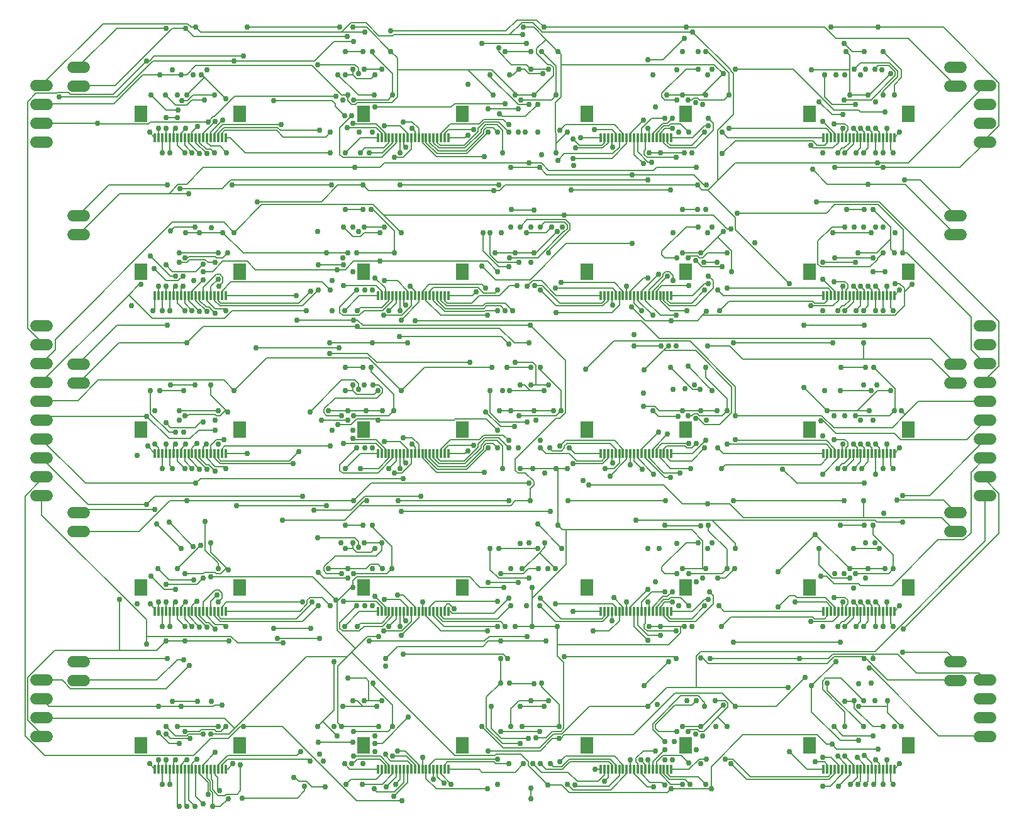
<source format=gbr>
G04 EAGLE Gerber RS-274X export*
G75*
%MOMM*%
%FSLAX34Y34*%
%LPD*%
%INBottom Copper*%
%IPPOS*%
%AMOC8*
5,1,8,0,0,1.08239X$1,22.5*%
G01*
%ADD10R,0.300000X1.300000*%
%ADD11R,1.800000X2.200000*%
%ADD12C,1.524000*%
%ADD13C,0.152400*%
%ADD14C,0.756400*%


D10*
X52500Y67500D03*
X57500Y67500D03*
X62500Y67500D03*
X67500Y67500D03*
X72500Y67500D03*
X77500Y67500D03*
X82500Y67500D03*
X87500Y67500D03*
X92500Y67500D03*
X97500Y67500D03*
X102500Y67500D03*
X107500Y67500D03*
X112500Y67500D03*
X117500Y67500D03*
X122500Y67500D03*
X127500Y67500D03*
X132500Y67500D03*
X137500Y67500D03*
X142500Y67500D03*
X147500Y67500D03*
D11*
X166500Y100000D03*
X33500Y100000D03*
D10*
X352500Y492500D03*
X357500Y492500D03*
X362500Y492500D03*
X367500Y492500D03*
X372500Y492500D03*
X377500Y492500D03*
X382500Y492500D03*
X387500Y492500D03*
X392500Y492500D03*
X397500Y492500D03*
X402500Y492500D03*
X407500Y492500D03*
X412500Y492500D03*
X417500Y492500D03*
X422500Y492500D03*
X427500Y492500D03*
X432500Y492500D03*
X437500Y492500D03*
X442500Y492500D03*
X447500Y492500D03*
D11*
X466500Y525000D03*
X333500Y525000D03*
D10*
X652500Y492500D03*
X657500Y492500D03*
X662500Y492500D03*
X667500Y492500D03*
X672500Y492500D03*
X677500Y492500D03*
X682500Y492500D03*
X687500Y492500D03*
X692500Y492500D03*
X697500Y492500D03*
X702500Y492500D03*
X707500Y492500D03*
X712500Y492500D03*
X717500Y492500D03*
X722500Y492500D03*
X727500Y492500D03*
X732500Y492500D03*
X737500Y492500D03*
X742500Y492500D03*
X747500Y492500D03*
D11*
X766500Y525000D03*
X633500Y525000D03*
D10*
X952500Y492500D03*
X957500Y492500D03*
X962500Y492500D03*
X967500Y492500D03*
X972500Y492500D03*
X977500Y492500D03*
X982500Y492500D03*
X987500Y492500D03*
X992500Y492500D03*
X997500Y492500D03*
X1002500Y492500D03*
X1007500Y492500D03*
X1012500Y492500D03*
X1017500Y492500D03*
X1022500Y492500D03*
X1027500Y492500D03*
X1032500Y492500D03*
X1037500Y492500D03*
X1042500Y492500D03*
X1047500Y492500D03*
D11*
X1066500Y525000D03*
X933500Y525000D03*
D10*
X52500Y705000D03*
X57500Y705000D03*
X62500Y705000D03*
X67500Y705000D03*
X72500Y705000D03*
X77500Y705000D03*
X82500Y705000D03*
X87500Y705000D03*
X92500Y705000D03*
X97500Y705000D03*
X102500Y705000D03*
X107500Y705000D03*
X112500Y705000D03*
X117500Y705000D03*
X122500Y705000D03*
X127500Y705000D03*
X132500Y705000D03*
X137500Y705000D03*
X142500Y705000D03*
X147500Y705000D03*
D11*
X166500Y737500D03*
X33500Y737500D03*
D10*
X352500Y705000D03*
X357500Y705000D03*
X362500Y705000D03*
X367500Y705000D03*
X372500Y705000D03*
X377500Y705000D03*
X382500Y705000D03*
X387500Y705000D03*
X392500Y705000D03*
X397500Y705000D03*
X402500Y705000D03*
X407500Y705000D03*
X412500Y705000D03*
X417500Y705000D03*
X422500Y705000D03*
X427500Y705000D03*
X432500Y705000D03*
X437500Y705000D03*
X442500Y705000D03*
X447500Y705000D03*
D11*
X466500Y737500D03*
X333500Y737500D03*
D10*
X652500Y705000D03*
X657500Y705000D03*
X662500Y705000D03*
X667500Y705000D03*
X672500Y705000D03*
X677500Y705000D03*
X682500Y705000D03*
X687500Y705000D03*
X692500Y705000D03*
X697500Y705000D03*
X702500Y705000D03*
X707500Y705000D03*
X712500Y705000D03*
X717500Y705000D03*
X722500Y705000D03*
X727500Y705000D03*
X732500Y705000D03*
X737500Y705000D03*
X742500Y705000D03*
X747500Y705000D03*
D11*
X766500Y737500D03*
X633500Y737500D03*
D10*
X952500Y705000D03*
X957500Y705000D03*
X962500Y705000D03*
X967500Y705000D03*
X972500Y705000D03*
X977500Y705000D03*
X982500Y705000D03*
X987500Y705000D03*
X992500Y705000D03*
X997500Y705000D03*
X1002500Y705000D03*
X1007500Y705000D03*
X1012500Y705000D03*
X1017500Y705000D03*
X1022500Y705000D03*
X1027500Y705000D03*
X1032500Y705000D03*
X1037500Y705000D03*
X1042500Y705000D03*
X1047500Y705000D03*
D11*
X1066500Y737500D03*
X933500Y737500D03*
D10*
X52500Y917500D03*
X57500Y917500D03*
X62500Y917500D03*
X67500Y917500D03*
X72500Y917500D03*
X77500Y917500D03*
X82500Y917500D03*
X87500Y917500D03*
X92500Y917500D03*
X97500Y917500D03*
X102500Y917500D03*
X107500Y917500D03*
X112500Y917500D03*
X117500Y917500D03*
X122500Y917500D03*
X127500Y917500D03*
X132500Y917500D03*
X137500Y917500D03*
X142500Y917500D03*
X147500Y917500D03*
D11*
X166500Y950000D03*
X33500Y950000D03*
D10*
X352500Y917500D03*
X357500Y917500D03*
X362500Y917500D03*
X367500Y917500D03*
X372500Y917500D03*
X377500Y917500D03*
X382500Y917500D03*
X387500Y917500D03*
X392500Y917500D03*
X397500Y917500D03*
X402500Y917500D03*
X407500Y917500D03*
X412500Y917500D03*
X417500Y917500D03*
X422500Y917500D03*
X427500Y917500D03*
X432500Y917500D03*
X437500Y917500D03*
X442500Y917500D03*
X447500Y917500D03*
D11*
X466500Y950000D03*
X333500Y950000D03*
D10*
X652500Y917500D03*
X657500Y917500D03*
X662500Y917500D03*
X667500Y917500D03*
X672500Y917500D03*
X677500Y917500D03*
X682500Y917500D03*
X687500Y917500D03*
X692500Y917500D03*
X697500Y917500D03*
X702500Y917500D03*
X707500Y917500D03*
X712500Y917500D03*
X717500Y917500D03*
X722500Y917500D03*
X727500Y917500D03*
X732500Y917500D03*
X737500Y917500D03*
X742500Y917500D03*
X747500Y917500D03*
D11*
X766500Y950000D03*
X633500Y950000D03*
D10*
X352500Y67500D03*
X357500Y67500D03*
X362500Y67500D03*
X367500Y67500D03*
X372500Y67500D03*
X377500Y67500D03*
X382500Y67500D03*
X387500Y67500D03*
X392500Y67500D03*
X397500Y67500D03*
X402500Y67500D03*
X407500Y67500D03*
X412500Y67500D03*
X417500Y67500D03*
X422500Y67500D03*
X427500Y67500D03*
X432500Y67500D03*
X437500Y67500D03*
X442500Y67500D03*
X447500Y67500D03*
D11*
X466500Y100000D03*
X333500Y100000D03*
D10*
X952500Y917500D03*
X957500Y917500D03*
X962500Y917500D03*
X967500Y917500D03*
X972500Y917500D03*
X977500Y917500D03*
X982500Y917500D03*
X987500Y917500D03*
X992500Y917500D03*
X997500Y917500D03*
X1002500Y917500D03*
X1007500Y917500D03*
X1012500Y917500D03*
X1017500Y917500D03*
X1022500Y917500D03*
X1027500Y917500D03*
X1032500Y917500D03*
X1037500Y917500D03*
X1042500Y917500D03*
X1047500Y917500D03*
D11*
X1066500Y950000D03*
X933500Y950000D03*
D10*
X652500Y67500D03*
X657500Y67500D03*
X662500Y67500D03*
X667500Y67500D03*
X672500Y67500D03*
X677500Y67500D03*
X682500Y67500D03*
X687500Y67500D03*
X692500Y67500D03*
X697500Y67500D03*
X702500Y67500D03*
X707500Y67500D03*
X712500Y67500D03*
X717500Y67500D03*
X722500Y67500D03*
X727500Y67500D03*
X732500Y67500D03*
X737500Y67500D03*
X742500Y67500D03*
X747500Y67500D03*
D11*
X766500Y100000D03*
X633500Y100000D03*
D10*
X952500Y67500D03*
X957500Y67500D03*
X962500Y67500D03*
X967500Y67500D03*
X972500Y67500D03*
X977500Y67500D03*
X982500Y67500D03*
X987500Y67500D03*
X992500Y67500D03*
X997500Y67500D03*
X1002500Y67500D03*
X1007500Y67500D03*
X1012500Y67500D03*
X1017500Y67500D03*
X1022500Y67500D03*
X1027500Y67500D03*
X1032500Y67500D03*
X1037500Y67500D03*
X1042500Y67500D03*
X1047500Y67500D03*
D11*
X1066500Y100000D03*
X933500Y100000D03*
D10*
X52500Y280000D03*
X57500Y280000D03*
X62500Y280000D03*
X67500Y280000D03*
X72500Y280000D03*
X77500Y280000D03*
X82500Y280000D03*
X87500Y280000D03*
X92500Y280000D03*
X97500Y280000D03*
X102500Y280000D03*
X107500Y280000D03*
X112500Y280000D03*
X117500Y280000D03*
X122500Y280000D03*
X127500Y280000D03*
X132500Y280000D03*
X137500Y280000D03*
X142500Y280000D03*
X147500Y280000D03*
D11*
X166500Y312500D03*
X33500Y312500D03*
D10*
X352500Y280000D03*
X357500Y280000D03*
X362500Y280000D03*
X367500Y280000D03*
X372500Y280000D03*
X377500Y280000D03*
X382500Y280000D03*
X387500Y280000D03*
X392500Y280000D03*
X397500Y280000D03*
X402500Y280000D03*
X407500Y280000D03*
X412500Y280000D03*
X417500Y280000D03*
X422500Y280000D03*
X427500Y280000D03*
X432500Y280000D03*
X437500Y280000D03*
X442500Y280000D03*
X447500Y280000D03*
D11*
X466500Y312500D03*
X333500Y312500D03*
D10*
X652500Y280000D03*
X657500Y280000D03*
X662500Y280000D03*
X667500Y280000D03*
X672500Y280000D03*
X677500Y280000D03*
X682500Y280000D03*
X687500Y280000D03*
X692500Y280000D03*
X697500Y280000D03*
X702500Y280000D03*
X707500Y280000D03*
X712500Y280000D03*
X717500Y280000D03*
X722500Y280000D03*
X727500Y280000D03*
X732500Y280000D03*
X737500Y280000D03*
X742500Y280000D03*
X747500Y280000D03*
D11*
X766500Y312500D03*
X633500Y312500D03*
D10*
X952500Y280000D03*
X957500Y280000D03*
X962500Y280000D03*
X967500Y280000D03*
X972500Y280000D03*
X977500Y280000D03*
X982500Y280000D03*
X987500Y280000D03*
X992500Y280000D03*
X997500Y280000D03*
X1002500Y280000D03*
X1007500Y280000D03*
X1012500Y280000D03*
X1017500Y280000D03*
X1022500Y280000D03*
X1027500Y280000D03*
X1032500Y280000D03*
X1037500Y280000D03*
X1042500Y280000D03*
X1047500Y280000D03*
D11*
X1066500Y312500D03*
X933500Y312500D03*
D10*
X52500Y492500D03*
X57500Y492500D03*
X62500Y492500D03*
X67500Y492500D03*
X72500Y492500D03*
X77500Y492500D03*
X82500Y492500D03*
X87500Y492500D03*
X92500Y492500D03*
X97500Y492500D03*
X102500Y492500D03*
X107500Y492500D03*
X112500Y492500D03*
X117500Y492500D03*
X122500Y492500D03*
X127500Y492500D03*
X132500Y492500D03*
X137500Y492500D03*
X142500Y492500D03*
X147500Y492500D03*
D11*
X166500Y525000D03*
X33500Y525000D03*
D12*
X-92380Y435700D02*
X-107620Y435700D01*
X-107620Y461100D02*
X-92380Y461100D01*
X-92380Y486500D02*
X-107620Y486500D01*
X-107620Y511900D02*
X-92380Y511900D01*
X-92380Y537300D02*
X-107620Y537300D01*
X-107620Y562700D02*
X-92380Y562700D01*
X-92380Y588100D02*
X-107620Y588100D01*
X-107620Y613500D02*
X-92380Y613500D01*
X-92380Y638900D02*
X-107620Y638900D01*
X-107620Y664300D02*
X-92380Y664300D01*
X1162380Y435700D02*
X1177620Y435700D01*
X1177620Y461100D02*
X1162380Y461100D01*
X1162380Y486500D02*
X1177620Y486500D01*
X1177620Y511900D02*
X1162380Y511900D01*
X1162380Y537300D02*
X1177620Y537300D01*
X1177620Y562700D02*
X1162380Y562700D01*
X1162380Y588100D02*
X1177620Y588100D01*
X1177620Y613500D02*
X1162380Y613500D01*
X1162380Y638900D02*
X1177620Y638900D01*
X1177620Y664300D02*
X1162380Y664300D01*
X-92380Y111900D02*
X-107620Y111900D01*
X-107620Y137300D02*
X-92380Y137300D01*
X-92380Y162700D02*
X-107620Y162700D01*
X-107620Y188100D02*
X-92380Y188100D01*
X-92380Y911900D02*
X-107620Y911900D01*
X-107620Y937300D02*
X-92380Y937300D01*
X-92380Y962700D02*
X-107620Y962700D01*
X-107620Y988100D02*
X-92380Y988100D01*
X-57620Y187300D02*
X-42380Y187300D01*
X-42380Y212700D02*
X-57620Y212700D01*
X1122380Y187300D02*
X1137620Y187300D01*
X1137620Y212700D02*
X1122380Y212700D01*
X-42380Y387300D02*
X-57620Y387300D01*
X-57620Y412700D02*
X-42380Y412700D01*
X1122380Y387300D02*
X1137620Y387300D01*
X1137620Y412700D02*
X1122380Y412700D01*
X-42380Y587300D02*
X-57620Y587300D01*
X-57620Y612700D02*
X-42380Y612700D01*
X1122380Y587300D02*
X1137620Y587300D01*
X1137620Y612700D02*
X1122380Y612700D01*
X-42380Y787300D02*
X-57620Y787300D01*
X-57620Y812700D02*
X-42380Y812700D01*
X1122380Y787300D02*
X1137620Y787300D01*
X1137620Y812700D02*
X1122380Y812700D01*
X-42380Y987300D02*
X-57620Y987300D01*
X-57620Y1012700D02*
X-42380Y1012700D01*
X1122380Y987300D02*
X1137620Y987300D01*
X1137620Y1012700D02*
X1122380Y1012700D01*
X1162380Y911900D02*
X1177620Y911900D01*
X1177620Y937300D02*
X1162380Y937300D01*
X1162380Y962700D02*
X1177620Y962700D01*
X1177620Y988100D02*
X1162380Y988100D01*
X1162380Y111900D02*
X1177620Y111900D01*
X1177620Y137300D02*
X1162380Y137300D01*
X1162380Y162700D02*
X1177620Y162700D01*
X1177620Y188100D02*
X1162380Y188100D01*
D13*
X107500Y1066250D02*
X101250Y1066250D01*
X96250Y1071250D01*
X-17500Y1071250D01*
X-100000Y988750D01*
X-100000Y988100D01*
X113750Y1060000D02*
X303750Y1060000D01*
X335000Y1060000D01*
X113750Y1060000D02*
X107500Y1066250D01*
X373750Y1056250D02*
X530000Y1056250D01*
X547500Y1056250D01*
X373750Y1056250D02*
X372500Y1055000D01*
X353750Y1055000D01*
X336250Y1072500D01*
X316250Y1072500D01*
X303750Y1060000D01*
X573750Y1060000D02*
X776250Y1060000D01*
X573750Y1060000D02*
X561250Y1072500D01*
X546250Y1072500D01*
X530000Y1056250D01*
X262500Y257500D02*
X212500Y257500D01*
X333750Y428750D02*
X337500Y428750D01*
X327500Y422500D02*
X307500Y402500D01*
X327500Y422500D02*
X333750Y428750D01*
X307500Y402500D02*
X223750Y402500D01*
X537500Y428750D02*
X557500Y428750D01*
X537500Y428750D02*
X531250Y422500D01*
X327500Y422500D01*
X-72500Y187500D02*
X-100000Y187500D01*
X-72500Y187500D02*
X-61250Y176250D01*
X67500Y176250D01*
X98750Y207500D01*
X-100000Y188100D02*
X-100000Y187500D01*
X920000Y216250D02*
X958750Y216250D01*
X920000Y216250D02*
X800000Y216250D01*
X958750Y216250D02*
X965000Y222500D01*
X1018750Y222500D02*
X1052500Y222500D01*
X1018750Y222500D02*
X965000Y222500D01*
X1052500Y222500D02*
X1077500Y197500D01*
X1161250Y197500D01*
X1170000Y188750D01*
X1170000Y188100D01*
X1018750Y216250D02*
X1018750Y222500D01*
X1007500Y452500D02*
X916250Y452500D01*
X897500Y471250D01*
X926250Y665000D02*
X1007500Y665000D01*
X1025000Y883750D02*
X1066250Y883750D01*
X1170000Y987500D01*
X1170000Y988100D01*
X320000Y672500D02*
X243750Y672500D01*
X332500Y665000D02*
X557500Y665000D01*
X332500Y665000D02*
X325000Y672500D01*
X320000Y672500D01*
X332500Y853750D02*
X298750Y853750D01*
X276250Y831250D01*
X190000Y831250D01*
X340000Y846250D02*
X508750Y846250D01*
X340000Y846250D02*
X332500Y853750D01*
X523750Y853750D02*
X782500Y853750D01*
X523750Y853750D02*
X516250Y846250D01*
X508750Y846250D01*
X833750Y883750D02*
X1025000Y883750D01*
X810000Y860000D02*
X797500Y847500D01*
X810000Y860000D02*
X833750Y883750D01*
X796250Y847500D02*
X788750Y847500D01*
X796250Y847500D02*
X797500Y847500D01*
X788750Y847500D02*
X782500Y853750D01*
X833750Y793750D02*
X906250Y721250D01*
X833750Y793750D02*
X833750Y810000D01*
X796250Y847500D01*
X557500Y445000D02*
X557500Y428750D01*
X557500Y445000D02*
X562500Y450000D01*
X562500Y455000D01*
X551250Y466250D01*
X541250Y466250D01*
X537500Y470000D01*
X537500Y485000D01*
X592500Y540000D01*
X597500Y540000D01*
X605000Y547500D01*
X605000Y617500D01*
X557500Y665000D01*
X827500Y1008750D02*
X776250Y1060000D01*
X827500Y1008750D02*
X827500Y1007500D01*
X831250Y1003750D01*
X831250Y948750D01*
X810000Y927500D01*
X810000Y860000D01*
D14*
X107500Y1066250D03*
X335000Y1060000D03*
X547500Y1056250D03*
X776250Y1060000D03*
X262500Y257500D03*
X212500Y257500D03*
X337500Y428750D03*
X223750Y402500D03*
X362500Y206250D03*
X557500Y428750D03*
X98750Y207500D03*
X800000Y216250D03*
X1018750Y216250D03*
X1007500Y452500D03*
X897500Y471250D03*
X1007500Y665000D03*
X926250Y665000D03*
X920000Y216250D03*
X1025000Y883750D03*
X320000Y672500D03*
X243750Y672500D03*
X557500Y665000D03*
X332500Y853750D03*
X190000Y831250D03*
X508750Y846250D03*
X782500Y853750D03*
X906250Y721250D03*
D13*
X143750Y790000D02*
X112500Y790000D01*
X93750Y790000D01*
X171250Y762500D02*
X283750Y762500D01*
X312500Y762500D01*
X171250Y762500D02*
X143750Y790000D01*
X91250Y577500D02*
X58750Y577500D01*
X55000Y397500D02*
X87500Y365000D01*
X312500Y337500D02*
X336250Y337500D01*
X342500Y343750D01*
X352500Y343750D01*
X358750Y337500D01*
X312500Y337500D02*
X286250Y337500D01*
X336250Y550000D02*
X358750Y550000D01*
X336250Y550000D02*
X312500Y550000D01*
X286250Y550000D01*
X562500Y762500D02*
X565000Y762500D01*
X562500Y762500D02*
X537500Y762500D01*
X565000Y762500D02*
X593750Y791250D01*
X537500Y762500D02*
X510000Y762500D01*
X717500Y897500D02*
X732500Y897500D01*
X765000Y897500D01*
X788750Y975000D02*
X793750Y975000D01*
X788750Y975000D02*
X762500Y975000D01*
X788750Y975000D02*
X817500Y1003750D01*
X562500Y1066250D02*
X548750Y1066250D01*
X578750Y1050000D02*
X595000Y1033750D01*
X578750Y1050000D02*
X562500Y1066250D01*
X592500Y923750D02*
X592500Y910000D01*
X592500Y897500D01*
X592500Y923750D02*
X591250Y925000D01*
X591250Y965000D01*
X598750Y972500D01*
X598750Y1016250D02*
X598750Y1030000D01*
X598750Y1016250D02*
X598750Y972500D01*
X598750Y1030000D02*
X595000Y1033750D01*
X805000Y1016250D02*
X817500Y1003750D01*
X805000Y1016250D02*
X598750Y1016250D01*
X741250Y975000D02*
X762500Y975000D01*
X607500Y925000D02*
X592500Y910000D01*
X58750Y1002500D02*
X36250Y1002500D01*
X58750Y1002500D02*
X87500Y1002500D01*
X36250Y1002500D02*
X-2500Y963750D01*
X-100000Y963750D01*
X-100000Y962700D01*
X318750Y1066250D02*
X337500Y1066250D01*
X370000Y1033750D01*
X312500Y975000D02*
X312500Y967500D01*
X317500Y962500D01*
X322500Y962500D01*
X325000Y965000D01*
X371250Y965000D01*
X378750Y972500D01*
X378750Y1008750D02*
X378750Y1025000D01*
X378750Y1008750D02*
X378750Y972500D01*
X378750Y1025000D02*
X370000Y1033750D01*
X537500Y977500D02*
X537500Y975000D01*
X537500Y977500D02*
X506250Y1008750D01*
X473750Y1008750D02*
X378750Y1008750D01*
X473750Y1008750D02*
X506250Y1008750D01*
X537500Y975000D02*
X562500Y975000D01*
X507500Y975000D02*
X473750Y1008750D01*
X95000Y1002500D02*
X87500Y1002500D01*
X95000Y1002500D02*
X107500Y1015000D01*
X263750Y1015000D01*
X303750Y975000D01*
X312500Y975000D01*
X566250Y1037500D02*
X578750Y1050000D01*
X566250Y1037500D02*
X566250Y1031250D01*
X581250Y1016250D01*
X585000Y1016250D01*
X588750Y1012500D01*
X588750Y1001250D01*
X562500Y975000D01*
X787500Y550000D02*
X808750Y550000D01*
X787500Y550000D02*
X762500Y550000D01*
X731250Y550000D01*
X725000Y556250D01*
X710000Y556250D01*
X787500Y762500D02*
X788750Y762500D01*
X787500Y762500D02*
X762500Y762500D01*
X810000Y783750D02*
X817500Y791250D01*
X810000Y783750D02*
X788750Y762500D01*
X810000Y783750D02*
X828750Y765000D01*
X828750Y737500D01*
X1012500Y975000D02*
X1013750Y975000D01*
X1012500Y975000D02*
X987500Y975000D01*
X1013750Y975000D02*
X1042500Y1003750D01*
X987500Y1008750D02*
X987500Y1028750D01*
X987500Y1008750D02*
X987500Y975000D01*
X987500Y1028750D02*
X982500Y1033750D01*
X1025000Y577500D02*
X1042500Y577500D01*
X1025000Y577500D02*
X997500Y550000D01*
X957500Y550000D01*
X997500Y550000D02*
X1013750Y550000D01*
X1018750Y737500D02*
X1035000Y737500D01*
X926250Y581250D02*
X957500Y550000D01*
X936250Y1008750D02*
X987500Y1008750D01*
X1012500Y337500D02*
X1035000Y337500D01*
X1012500Y337500D02*
X987500Y337500D01*
X941250Y383750D01*
X891250Y333750D01*
X57500Y152500D02*
X-90000Y152500D01*
X57500Y152500D02*
X87500Y152500D01*
X-90000Y152500D02*
X-100000Y162500D01*
X-100000Y162700D01*
X132500Y153750D02*
X142500Y153750D01*
X132500Y153750D02*
X131250Y152500D01*
X87500Y152500D01*
X516250Y550000D02*
X531250Y550000D01*
X562500Y550000D01*
X762500Y337500D02*
X790000Y337500D01*
X592500Y472500D02*
X561250Y472500D01*
X595000Y472500D02*
X607500Y472500D01*
X595000Y472500D02*
X595000Y396250D01*
X595000Y472500D02*
X592500Y472500D01*
X790000Y375000D02*
X790000Y337500D01*
X790000Y375000D02*
X775000Y390000D01*
X606250Y390000D02*
X601250Y390000D01*
X606250Y390000D02*
X775000Y390000D01*
X601250Y390000D02*
X595000Y396250D01*
X790000Y337500D02*
X793750Y337500D01*
X561250Y472500D02*
X543750Y472500D01*
X558750Y42500D02*
X558750Y27500D01*
X762500Y125000D02*
X787500Y125000D01*
X788750Y125000D02*
X817500Y153750D01*
X788750Y125000D02*
X787500Y125000D01*
X732500Y260000D02*
X717500Y260000D01*
X732500Y260000D02*
X760000Y260000D01*
X765000Y260000D01*
X593750Y260000D02*
X560000Y260000D01*
X560000Y297500D01*
X560000Y312500D01*
X565000Y110000D02*
X578750Y110000D01*
X587500Y118750D01*
X598750Y118750D01*
X602500Y122500D01*
X602500Y211250D01*
X593750Y220000D01*
X593750Y235000D02*
X593750Y260000D01*
X593750Y235000D02*
X593750Y220000D01*
X760000Y251250D02*
X760000Y260000D01*
X760000Y251250D02*
X743750Y235000D01*
X593750Y235000D01*
X606250Y343750D02*
X606250Y390000D01*
X606250Y343750D02*
X560000Y297500D01*
X562500Y550000D02*
X588750Y550000D01*
X560000Y260000D02*
X537500Y260000D01*
D14*
X93750Y790000D03*
X143750Y790000D03*
X312500Y762500D03*
X112500Y790000D03*
X91250Y577500D03*
X58750Y577500D03*
X87500Y365000D03*
X55000Y397500D03*
X312500Y337500D03*
X358750Y337500D03*
X286250Y337500D03*
X312500Y550000D03*
X358750Y550000D03*
X286250Y550000D03*
X336250Y550000D03*
X283750Y762500D03*
X537500Y762500D03*
X593750Y791250D03*
X562500Y762500D03*
X510000Y762500D03*
X717500Y897500D03*
X732500Y897500D03*
X765000Y897500D03*
X762500Y975000D03*
X793750Y975000D03*
X817500Y1003750D03*
X548750Y1066250D03*
X595000Y1033750D03*
X592500Y897500D03*
X741250Y975000D03*
X607500Y925000D03*
X87500Y1002500D03*
X58750Y1002500D03*
X318750Y1066250D03*
X370000Y1033750D03*
X312500Y975000D03*
X537500Y975000D03*
X562500Y975000D03*
X507500Y975000D03*
X762500Y550000D03*
X808750Y550000D03*
X787500Y550000D03*
X710000Y556250D03*
X762500Y762500D03*
X817500Y791250D03*
X787500Y762500D03*
X828750Y737500D03*
X987500Y975000D03*
X1042500Y1003750D03*
X1012500Y975000D03*
X982500Y1033750D03*
X1042500Y577500D03*
X957500Y550000D03*
X1013750Y550000D03*
X1018750Y737500D03*
X1035000Y737500D03*
X926250Y581250D03*
X936250Y1008750D03*
X987500Y337500D03*
X1035000Y337500D03*
X1012500Y337500D03*
X941250Y383750D03*
X891250Y333750D03*
X87500Y152500D03*
X142500Y153750D03*
X57500Y152500D03*
X531250Y550000D03*
X516250Y550000D03*
X562500Y550000D03*
X762500Y337500D03*
X793750Y337500D03*
X561250Y472500D03*
X592500Y472500D03*
X607500Y472500D03*
X595000Y396250D03*
X543750Y472500D03*
X558750Y42500D03*
X558750Y27500D03*
X762500Y125000D03*
X787500Y125000D03*
X817500Y153750D03*
X717500Y260000D03*
X732500Y260000D03*
X765000Y260000D03*
X593750Y260000D03*
X560000Y260000D03*
X560000Y312500D03*
X565000Y110000D03*
X588750Y550000D03*
X537500Y260000D03*
X282000Y44000D03*
D13*
X263582Y44000D01*
X245932Y51068D02*
X240000Y57000D01*
X256514Y51068D02*
X263582Y44000D01*
X256514Y51068D02*
X245932Y51068D01*
X240000Y57000D02*
X239500Y56500D01*
D14*
X239500Y56500D03*
D13*
X217500Y243750D02*
X273750Y243750D01*
D14*
X217500Y243750D03*
X273750Y243750D03*
D13*
X386250Y222500D02*
X521250Y222500D01*
X527500Y216250D01*
D14*
X386250Y222500D03*
X527500Y216250D03*
D13*
X603750Y218750D02*
X751250Y218750D01*
X753750Y216250D01*
D14*
X603750Y218750D03*
X753750Y216250D03*
D13*
X85000Y102500D02*
X71250Y102500D01*
X57500Y116250D01*
D14*
X85000Y102500D03*
X57500Y116250D03*
D13*
X73750Y108750D02*
X100000Y108750D01*
X73750Y108750D02*
X67500Y115000D01*
D14*
X100000Y108750D03*
X67500Y115000D03*
D13*
X97500Y115000D02*
X117500Y115000D01*
X97500Y115000D02*
X95000Y112500D01*
X80000Y112500D01*
X67500Y125000D01*
D14*
X117500Y115000D03*
X67500Y125000D03*
D13*
X76250Y158750D02*
X110000Y158750D01*
D14*
X110000Y158750D03*
X76250Y158750D03*
D13*
X82500Y125000D02*
X137500Y125000D01*
D14*
X82500Y125000D03*
X137500Y125000D03*
D13*
X112500Y118750D02*
X92500Y118750D01*
X112500Y118750D02*
X115000Y121250D01*
X132500Y121250D01*
X135000Y118750D01*
X141250Y118750D01*
X147500Y125000D01*
D14*
X128750Y158750D03*
X147500Y125000D03*
X92500Y118750D03*
D13*
X293750Y147500D02*
X293750Y212500D01*
X277500Y131250D02*
X271250Y125000D01*
X277500Y131250D02*
X293750Y147500D01*
X278750Y131250D02*
X297500Y112500D01*
X278750Y131250D02*
X277500Y131250D01*
D14*
X293750Y212500D03*
X271250Y125000D03*
X297500Y112500D03*
D13*
X318750Y103750D02*
X272500Y103750D01*
D14*
X318750Y103750D03*
X272500Y103750D03*
D13*
X348750Y102500D02*
X358750Y102500D01*
X393750Y137500D01*
D14*
X348750Y102500D03*
X393750Y137500D03*
X348750Y112500D03*
X293750Y125000D03*
D13*
X318750Y160000D02*
X325000Y160000D01*
X332500Y152500D01*
X351250Y152500D01*
X332500Y152500D02*
X305000Y152500D01*
D14*
X318750Y160000D03*
X351250Y152500D03*
X305000Y152500D03*
D13*
X340000Y160000D02*
X357500Y160000D01*
X340000Y160000D02*
X333750Y160000D01*
X336250Y190000D02*
X312500Y190000D01*
X336250Y190000D02*
X340000Y186250D01*
X340000Y160000D01*
D14*
X333750Y160000D03*
X357500Y160000D03*
X312500Y190000D03*
D13*
X346250Y183750D02*
X346250Y180000D01*
X372500Y153750D01*
X372500Y125000D01*
X366250Y118750D02*
X320000Y118750D01*
X366250Y118750D02*
X372500Y125000D01*
D14*
X346250Y183750D03*
X372500Y125000D03*
X320000Y118750D03*
D13*
X517500Y183750D02*
X517500Y216250D01*
X520000Y102500D02*
X543750Y102500D01*
X520000Y102500D02*
X498750Y123750D01*
X498750Y165000D01*
X517500Y183750D01*
D14*
X517500Y216250D03*
X517500Y183750D03*
X543750Y102500D03*
D13*
X555000Y108750D02*
X518750Y108750D01*
X505000Y122500D01*
X505000Y152500D01*
D14*
X555000Y108750D03*
X505000Y152500D03*
D13*
X531250Y182500D02*
X562500Y182500D01*
X531250Y182500D02*
X530000Y183750D01*
D14*
X562500Y182500D03*
X530000Y183750D03*
D13*
X517500Y118750D02*
X570000Y118750D01*
D14*
X570000Y118750D03*
X517500Y118750D03*
D13*
X543750Y152500D02*
X576250Y152500D01*
D14*
X576250Y152500D03*
X543750Y152500D03*
D13*
X558750Y160000D02*
X582500Y160000D01*
X531250Y148750D02*
X531250Y125000D01*
X531250Y148750D02*
X542500Y160000D01*
X558750Y160000D01*
D14*
X558750Y160000D03*
X582500Y160000D03*
X531250Y125000D03*
D13*
X572500Y178750D02*
X572500Y183750D01*
X572500Y178750D02*
X596250Y155000D01*
X596250Y125000D01*
X546250Y125000D01*
D14*
X572500Y183750D03*
X596250Y125000D03*
X546250Y125000D03*
D13*
X711250Y180000D02*
X743750Y212500D01*
D14*
X743750Y212500D03*
X711250Y180000D03*
X780000Y115000D03*
X790000Y112500D03*
X728750Y155000D03*
D13*
X792500Y157500D02*
X792500Y152500D01*
X792500Y157500D02*
X783750Y166250D01*
X760000Y166250D01*
X722500Y128750D01*
X722500Y121250D01*
X738750Y105000D01*
D14*
X792500Y152500D03*
X738750Y105000D03*
X781250Y93750D03*
X751250Y105000D03*
X807500Y125000D03*
X768750Y160000D03*
D13*
X755000Y118750D02*
X730000Y118750D01*
X726250Y122500D01*
X726250Y127500D01*
X752500Y153750D01*
X775000Y153750D01*
X781250Y160000D01*
D14*
X755000Y118750D03*
X781250Y160000D03*
D13*
X806250Y160000D02*
X820000Y160000D01*
X823750Y156250D01*
X823750Y151250D01*
X810000Y137500D02*
X791250Y118750D01*
X810000Y137500D02*
X823750Y151250D01*
X791250Y118750D02*
X785000Y118750D01*
X782500Y121250D01*
X772500Y121250D01*
X770000Y118750D01*
X810000Y137500D02*
X822500Y125000D01*
D14*
X806250Y160000D03*
X770000Y118750D03*
X822500Y125000D03*
D13*
X831250Y238750D02*
X975000Y238750D01*
D14*
X831250Y238750D03*
X975000Y238750D03*
D13*
X1038750Y152500D02*
X1038750Y143750D01*
X1038750Y152500D02*
X1038750Y160000D01*
X1038750Y143750D02*
X1057500Y125000D01*
X1038750Y152500D02*
X1000000Y152500D01*
D14*
X1038750Y160000D03*
X1057500Y125000D03*
X1000000Y152500D03*
X1016250Y183750D03*
X1000000Y182500D03*
X1047500Y125000D03*
D13*
X981250Y125000D02*
X981250Y145000D01*
X951250Y175000D01*
X951250Y186250D01*
X955000Y190000D01*
X976250Y190000D01*
X1006250Y160000D01*
D14*
X1006250Y160000D03*
X1021250Y160000D03*
X981250Y125000D03*
D13*
X993750Y150000D02*
X993750Y158750D01*
X993750Y150000D02*
X1018750Y125000D01*
X1032500Y125000D01*
X993750Y158750D02*
X981250Y158750D01*
X993750Y158750D02*
X993750Y160000D01*
D14*
X993750Y160000D03*
X1032500Y125000D03*
X981250Y158750D03*
D13*
X978750Y112500D02*
X1018750Y112500D01*
X978750Y112500D02*
X966250Y125000D01*
D14*
X1018750Y112500D03*
X966250Y125000D03*
D13*
X1006250Y125000D02*
X957500Y173750D01*
X957500Y183750D01*
D14*
X1006250Y125000D03*
X957500Y183750D03*
D13*
X936250Y180000D02*
X968750Y212500D01*
X975000Y106250D02*
X1000000Y106250D01*
X975000Y106250D02*
X936250Y145000D01*
X936250Y180000D01*
D14*
X968750Y212500D03*
X936250Y180000D03*
X1000000Y106250D03*
D13*
X652500Y67500D02*
X645000Y67500D01*
D14*
X645000Y67500D03*
D13*
X657500Y67500D02*
X657500Y60000D01*
X648750Y51250D01*
X621250Y51250D01*
X608750Y63750D01*
X572500Y63750D01*
X561250Y75000D01*
D14*
X561250Y75000D03*
D13*
X662500Y67500D02*
X662500Y56250D01*
X657500Y51250D01*
D14*
X657500Y51250D03*
D13*
X667500Y67500D02*
X667500Y73750D01*
X663750Y77500D01*
X611250Y77500D01*
X601250Y67500D01*
X578750Y67500D01*
X571250Y75000D01*
D14*
X571250Y75000D03*
D13*
X672500Y73750D02*
X672500Y67500D01*
X672500Y73750D02*
X665000Y81250D01*
X610000Y81250D01*
X600000Y71250D01*
X588750Y71250D01*
X585000Y75000D01*
D14*
X585000Y75000D03*
D13*
X677500Y67500D02*
X677500Y58750D01*
X663750Y45000D01*
X618750Y45000D01*
X617500Y46250D01*
D14*
X617500Y46250D03*
D13*
X682500Y67500D02*
X682500Y73750D01*
X671250Y85000D01*
X605000Y85000D01*
X597500Y77500D01*
D14*
X597500Y77500D03*
D13*
X687500Y67500D02*
X687500Y61250D01*
X666250Y40000D01*
X615000Y40000D01*
X607500Y47500D01*
D14*
X607500Y47500D03*
D13*
X223750Y125000D02*
X171250Y125000D01*
X223750Y125000D02*
X323750Y25000D01*
X385000Y25000D01*
X587500Y108750D02*
X596250Y108750D01*
X587500Y108750D02*
X571250Y92500D01*
X501250Y92500D01*
X816250Y170000D02*
X833750Y152500D01*
X816250Y170000D02*
X752500Y170000D01*
X696250Y113750D01*
X603750Y113750D01*
X598750Y108750D01*
X596250Y108750D01*
X888750Y152500D02*
X927500Y191250D01*
X888750Y152500D02*
X833750Y152500D01*
X-100000Y457500D02*
X-100000Y461100D01*
X-100000Y457500D02*
X-122500Y435000D01*
X-122500Y112500D01*
X-96250Y86250D01*
X105000Y86250D01*
X127500Y108750D01*
X151250Y108750D01*
X167500Y125000D01*
X171250Y125000D01*
X1170000Y457500D02*
X1170000Y461100D01*
X1170000Y457500D02*
X1188750Y438750D01*
X1188750Y385000D01*
X1060000Y256250D01*
D14*
X171250Y125000D03*
X385000Y25000D03*
X596250Y108750D03*
X501250Y92500D03*
X833750Y152500D03*
X927500Y191250D03*
X1060000Y256250D03*
D13*
X741250Y177500D02*
X716250Y152500D01*
X781250Y177500D02*
X905000Y177500D01*
X781250Y177500D02*
X741250Y177500D01*
X1170000Y375000D02*
X1170000Y435700D01*
X1170000Y375000D02*
X1021250Y226250D01*
X787500Y226250D01*
X781250Y220000D01*
X781250Y177500D01*
X41250Y246250D02*
X41250Y268750D01*
X41250Y246250D02*
X41250Y236250D01*
X41250Y268750D02*
X-100000Y410000D01*
X-100000Y435700D01*
X163750Y237500D02*
X225000Y237500D01*
X163750Y237500D02*
X155000Y246250D01*
X41250Y246250D01*
X637500Y152500D02*
X716250Y152500D01*
X637500Y152500D02*
X600000Y115000D01*
X588750Y115000D01*
X570000Y96250D01*
X521250Y96250D01*
X492500Y125000D01*
D14*
X716250Y152500D03*
X905000Y177500D03*
X41250Y236250D03*
X225000Y237500D03*
X492500Y125000D03*
D13*
X455000Y537500D02*
X352500Y537500D01*
X455000Y537500D02*
X456250Y538750D01*
X498750Y538750D01*
X513750Y523750D01*
X316250Y531250D02*
X298750Y531250D01*
X316250Y531250D02*
X323750Y538750D01*
X351250Y538750D01*
X352500Y537500D01*
X353750Y125000D02*
X303750Y125000D01*
X338750Y246250D02*
X353750Y246250D01*
X311250Y218750D02*
X298750Y206250D01*
X311250Y218750D02*
X317500Y225000D01*
X322500Y230000D01*
X338750Y246250D01*
X298750Y206250D02*
X298750Y130000D01*
X303750Y125000D01*
X316250Y312500D02*
X318750Y312500D01*
X316250Y312500D02*
X297500Y293750D01*
X297500Y255000D01*
X322500Y230000D01*
X152500Y115000D02*
X127500Y115000D01*
X160000Y122500D02*
X256250Y218750D01*
X160000Y122500D02*
X152500Y115000D01*
X256250Y218750D02*
X311250Y218750D01*
X265000Y326250D02*
X127500Y326250D01*
X296250Y295000D02*
X297500Y293750D01*
X296250Y295000D02*
X265000Y326250D01*
X146250Y136250D02*
X160000Y122500D01*
X146250Y136250D02*
X-100000Y136250D01*
X-100000Y137300D01*
X490000Y312500D02*
X522500Y312500D01*
X490000Y312500D02*
X476250Y326250D01*
X323750Y326250D01*
X318750Y321250D01*
X318750Y312500D01*
X-25000Y937500D02*
X-100000Y937500D01*
X-100000Y937300D01*
X46250Y938750D02*
X123750Y938750D01*
X46250Y938750D02*
X43750Y936250D01*
X-23750Y936250D01*
X-25000Y937500D01*
X160000Y973750D02*
X296250Y973750D01*
X160000Y973750D02*
X132500Y946250D01*
X131250Y946250D01*
X123750Y938750D01*
X187500Y740000D02*
X297500Y740000D01*
X187500Y740000D02*
X176250Y751250D01*
X143750Y751250D01*
X130000Y737500D01*
X117500Y737500D01*
X320000Y751250D02*
X355000Y751250D01*
X320000Y751250D02*
X308750Y740000D01*
X297500Y740000D01*
X355000Y751250D02*
X500000Y751250D01*
X513750Y737500D01*
X451250Y958750D02*
X348750Y958750D01*
X451250Y958750D02*
X456250Y963750D01*
X523750Y963750D01*
X747500Y671250D02*
X782500Y671250D01*
X790000Y678750D02*
X795000Y683750D01*
X790000Y678750D02*
X782500Y671250D01*
X1048750Y721250D02*
X1055000Y721250D01*
X1061250Y715000D01*
X1061250Y710000D02*
X1061250Y691250D01*
X1061250Y710000D02*
X1061250Y715000D01*
X1061250Y691250D02*
X1048750Y678750D01*
X790000Y678750D01*
X1061250Y710000D02*
X1071250Y720000D01*
X801250Y41250D02*
X747500Y41250D01*
X956250Y101250D02*
X963750Y101250D01*
X956250Y101250D02*
X943750Y113750D01*
X843750Y113750D01*
X801250Y71250D01*
X801250Y41250D01*
X600000Y46250D02*
X581250Y46250D01*
X600000Y46250D02*
X610000Y36250D01*
X742500Y36250D01*
X747500Y41250D01*
X970000Y95000D02*
X1026250Y95000D01*
X970000Y95000D02*
X963750Y101250D01*
X712500Y671250D02*
X693750Y690000D01*
X712500Y671250D02*
X747500Y671250D01*
X317500Y225000D02*
X456250Y86250D01*
X510000Y86250D01*
X511250Y87500D01*
X545000Y87500D01*
X555000Y77500D01*
X555000Y72500D01*
X581250Y46250D01*
D14*
X352500Y537500D03*
X513750Y523750D03*
X298750Y531250D03*
X303750Y125000D03*
X353750Y125000D03*
X353750Y246250D03*
X318750Y312500D03*
X127500Y115000D03*
X127500Y326250D03*
X296250Y295000D03*
X522500Y312500D03*
X-25000Y937500D03*
X123750Y938750D03*
X296250Y973750D03*
X348750Y958750D03*
X105000Y725000D03*
X117500Y737500D03*
X297500Y740000D03*
X355000Y751250D03*
X513750Y737500D03*
X523750Y963750D03*
X747500Y671250D03*
X795000Y683750D03*
X1048750Y721250D03*
X1071250Y720000D03*
X747500Y41250D03*
X801250Y41250D03*
X963750Y101250D03*
X581250Y46250D03*
X1026250Y95000D03*
X693750Y690000D03*
D13*
X962500Y1066250D02*
X1026250Y1066250D01*
X1170000Y915000D02*
X1170000Y911900D01*
X1170000Y915000D02*
X1188750Y933750D01*
X1188750Y991250D01*
X1113750Y1066250D01*
X1026250Y1066250D01*
X1032500Y877500D02*
X1136250Y877500D01*
X1032500Y877500D02*
X967500Y877500D01*
X1136250Y877500D02*
X1170000Y911250D01*
X1170000Y911900D01*
X1170000Y112500D02*
X1107500Y112500D01*
X1016250Y203750D01*
X1013750Y203750D01*
X1170000Y112500D02*
X1170000Y111900D01*
X578750Y240000D02*
X517500Y240000D01*
X92500Y240000D02*
X67500Y240000D01*
X-100000Y115000D02*
X-100000Y111900D01*
X-100000Y115000D02*
X-118750Y133750D01*
X-118750Y191250D01*
X-82500Y227500D01*
X5000Y227500D02*
X55000Y227500D01*
X5000Y227500D02*
X-82500Y227500D01*
X55000Y227500D02*
X67500Y240000D01*
X92500Y240000D02*
X152500Y240000D01*
X501250Y240000D02*
X517500Y240000D01*
X501250Y240000D02*
X493750Y232500D01*
X378750Y232500D01*
X362500Y216250D01*
X345000Y641250D02*
X287500Y641250D01*
X531250Y877500D02*
X570000Y877500D01*
X697500Y637500D02*
X733750Y637500D01*
X695000Y867500D02*
X580000Y867500D01*
X570000Y877500D01*
X392500Y641250D02*
X345000Y641250D01*
X5000Y296250D02*
X5000Y227500D01*
X791250Y853750D02*
X795000Y853750D01*
X791250Y853750D02*
X777500Y867500D01*
X695000Y867500D01*
D14*
X1026250Y1066250D03*
X962500Y1066250D03*
X967500Y877500D03*
X1013750Y203750D03*
X1032500Y877500D03*
X517500Y240000D03*
X578750Y240000D03*
X67500Y240000D03*
X92500Y240000D03*
X152500Y240000D03*
X362500Y216250D03*
X345000Y641250D03*
X287500Y641250D03*
X570000Y877500D03*
X531250Y877500D03*
X733750Y637500D03*
X697500Y637500D03*
X695000Y867500D03*
X392500Y641250D03*
X5000Y296250D03*
X795000Y853750D03*
D13*
X45000Y75000D02*
X52500Y67500D01*
D14*
X45000Y75000D03*
D13*
X57500Y80000D02*
X57500Y67500D01*
D14*
X57500Y80000D03*
D13*
X62500Y67500D02*
X62500Y47500D01*
D14*
X62500Y47500D03*
D13*
X67500Y67500D02*
X67500Y80000D01*
D14*
X67500Y80000D03*
D13*
X72500Y67500D02*
X72500Y47500D01*
D14*
X72500Y47500D03*
D13*
X77500Y67500D02*
X77500Y77500D01*
X80000Y80000D01*
D14*
X80000Y80000D03*
D13*
X82500Y67500D02*
X82500Y20000D01*
X85000Y17500D01*
D14*
X85000Y17500D03*
D13*
X87500Y67500D02*
X87500Y73750D01*
X93750Y80000D01*
X95000Y80000D01*
D14*
X95000Y80000D03*
D13*
X92500Y67500D02*
X92500Y20000D01*
X95000Y17500D01*
D14*
X95000Y17500D03*
D13*
X97500Y26250D02*
X97500Y67500D01*
X97500Y26250D02*
X106250Y17500D01*
D14*
X106250Y17500D03*
D13*
X102500Y67500D02*
X102500Y75000D01*
X108750Y81250D01*
D14*
X108750Y81250D03*
D13*
X107500Y67500D02*
X107500Y31250D01*
X117500Y21250D01*
D14*
X117500Y21250D03*
D13*
X112500Y61250D02*
X112500Y67500D01*
X123750Y50000D02*
X123750Y33750D01*
X123750Y50000D02*
X112500Y61250D01*
D14*
X123750Y33750D03*
D13*
X117500Y67500D02*
X117500Y73750D01*
X133750Y90000D01*
D14*
X133750Y90000D03*
D13*
X130500Y35000D02*
X130500Y17500D01*
D14*
X130500Y17500D03*
D13*
X126798Y51263D02*
X122500Y55561D01*
X126798Y39284D02*
X129818Y36264D01*
X129818Y35682D01*
X130500Y35000D01*
X122500Y55561D02*
X122500Y67500D01*
X126798Y51263D02*
X126798Y39284D01*
D14*
X151000Y28000D03*
D13*
X140500Y17500D01*
X130500Y17500D01*
X127500Y61250D02*
X127500Y67500D01*
D14*
X167500Y73750D03*
D13*
X129846Y52525D02*
X128714Y53657D01*
X129846Y40546D02*
X132866Y37526D01*
X132866Y36945D01*
X137905Y31905D01*
X146324Y31905D01*
X148487Y34068D01*
X163068Y34068D01*
X167500Y38500D02*
X167500Y73750D01*
X129846Y52525D02*
X129846Y40546D01*
X163068Y34068D02*
X167500Y38500D01*
X128714Y66286D02*
X127500Y67500D01*
X128714Y66286D02*
X128714Y53657D01*
X133714Y66286D02*
X132500Y67500D01*
X133714Y66286D02*
X133714Y60053D01*
X137000Y56767D01*
X137000Y41392D02*
X139196Y39196D01*
D14*
X139196Y39196D03*
D13*
X137000Y41392D02*
X137000Y56767D01*
D14*
X170000Y29000D03*
D13*
X254000Y39000D02*
X254000Y45000D01*
D14*
X254000Y45000D03*
D13*
X244000Y29000D02*
X170000Y29000D01*
X244000Y29000D02*
X254000Y39000D01*
X137500Y67500D02*
X137500Y73750D01*
X150000Y86250D01*
X243750Y86250D01*
X248750Y91250D01*
D14*
X248750Y91250D03*
X273750Y87500D03*
D13*
X142500Y73750D02*
X142500Y67500D01*
X142500Y73750D02*
X150000Y81250D01*
X258750Y81250D01*
X261250Y78750D01*
D14*
X261250Y78750D03*
X278750Y78750D03*
D13*
X150000Y67500D02*
X147500Y67500D01*
X150000Y67500D02*
X157500Y75000D01*
D14*
X157500Y75000D03*
D13*
X315000Y67500D02*
X352500Y67500D01*
X315000Y67500D02*
X307500Y75000D01*
D14*
X307500Y75000D03*
D13*
X357500Y67500D02*
X357500Y61250D01*
X350000Y53750D01*
X316250Y53750D01*
X310000Y47500D01*
D14*
X310000Y47500D03*
D13*
X362500Y67500D02*
X362500Y73750D01*
X355000Y81250D01*
X325000Y81250D01*
X318750Y75000D01*
X317500Y75000D01*
D14*
X317500Y75000D03*
D13*
X367500Y73750D02*
X367500Y67500D01*
X367500Y73750D02*
X356250Y85000D01*
X320000Y85000D01*
D14*
X320000Y85000D03*
D13*
X372500Y67500D02*
X372500Y61250D01*
X358750Y47500D01*
X331250Y47500D01*
D14*
X331250Y47500D03*
D13*
X377500Y57500D02*
X377500Y67500D01*
X377500Y57500D02*
X363750Y43750D01*
D14*
X363750Y43750D03*
X332500Y75000D03*
D13*
X382500Y67500D02*
X382500Y53750D01*
X376250Y47500D01*
D14*
X376250Y47500D03*
X348750Y91250D03*
D13*
X387500Y67500D02*
X387500Y50000D01*
X375000Y37500D01*
X351250Y37500D01*
X347500Y41250D01*
D14*
X347500Y41250D03*
D13*
X392500Y50000D02*
X392500Y67500D01*
X392500Y50000D02*
X373750Y31250D01*
D14*
X373750Y31250D03*
D13*
X397500Y67500D02*
X397500Y73750D01*
X392500Y78750D01*
X370000Y78750D01*
X362500Y86250D01*
X362500Y87500D01*
D14*
X362500Y87500D03*
D13*
X402500Y73750D02*
X402500Y67500D01*
X402500Y73750D02*
X391250Y85000D01*
X372500Y85000D01*
D14*
X372500Y85000D03*
D13*
X407500Y73750D02*
X407500Y67500D01*
X407500Y73750D02*
X388750Y92500D01*
X378750Y92500D01*
D14*
X378750Y92500D03*
D13*
X412500Y83750D02*
X412500Y67500D01*
D14*
X412500Y83750D03*
D13*
X417500Y67500D02*
X417500Y55000D01*
X431250Y41250D01*
X500000Y41250D01*
D14*
X500000Y41250D03*
D13*
X422500Y67500D02*
X422500Y73750D01*
X430000Y81250D01*
X513750Y81250D01*
D14*
X513750Y81250D03*
D13*
X427500Y67500D02*
X427500Y53750D01*
D14*
X427500Y53750D03*
X513750Y47500D03*
D13*
X432500Y57500D02*
X432500Y67500D01*
X432500Y57500D02*
X441250Y48750D01*
D14*
X441250Y48750D03*
D13*
X437500Y61250D02*
X437500Y67500D01*
X437500Y61250D02*
X451250Y47500D01*
D14*
X451250Y47500D03*
D13*
X442500Y67500D02*
X442500Y73750D01*
X446250Y77500D01*
X508750Y77500D01*
X511250Y75000D01*
X528750Y75000D01*
D14*
X528750Y75000D03*
D13*
X488750Y67500D02*
X447500Y67500D01*
X488750Y67500D02*
X492500Y63750D01*
X537500Y63750D01*
X548750Y75000D01*
D14*
X548750Y75000D03*
D13*
X692500Y80000D02*
X692500Y67500D01*
D14*
X692500Y80000D03*
D13*
X697500Y67500D02*
X697500Y61250D01*
X715000Y43750D01*
X723750Y43750D01*
D14*
X723750Y43750D03*
D13*
X702500Y67500D02*
X702500Y75000D01*
X700000Y77500D01*
X700000Y82500D01*
X710000Y92500D01*
X726250Y92500D01*
D14*
X726250Y92500D03*
X738750Y80000D03*
D13*
X707500Y67500D02*
X707500Y61250D01*
X718750Y50000D01*
X735000Y50000D01*
X738750Y46250D01*
D14*
X738750Y46250D03*
D13*
X712500Y67500D02*
X712500Y73750D01*
X706250Y80000D01*
D14*
X706250Y80000D03*
X748750Y80000D03*
D13*
X717500Y78750D02*
X717500Y67500D01*
X717500Y78750D02*
X716250Y80000D01*
D14*
X716250Y80000D03*
D13*
X722500Y77500D02*
X722500Y67500D01*
X722500Y77500D02*
X738750Y93750D01*
D14*
X738750Y93750D03*
D13*
X727500Y77500D02*
X727500Y67500D01*
X727500Y77500D02*
X736250Y86250D01*
X761250Y86250D01*
X771250Y76250D01*
D14*
X771250Y76250D03*
D13*
X732500Y67500D02*
X732500Y61250D01*
X746250Y47500D01*
X762500Y47500D01*
D14*
X762500Y47500D03*
X787500Y75000D03*
D13*
X737500Y67500D02*
X737500Y61250D01*
X745000Y53750D01*
X766250Y53750D01*
X772500Y47500D01*
D14*
X772500Y47500D03*
D13*
X742500Y61250D02*
X742500Y67500D01*
X742500Y61250D02*
X746250Y57500D01*
X783750Y57500D01*
X793750Y47500D01*
D14*
X793750Y47500D03*
D13*
X771250Y67500D02*
X747500Y67500D01*
X771250Y67500D02*
X785000Y81250D01*
X795000Y81250D01*
D14*
X795000Y81250D03*
D13*
X930000Y67500D02*
X952500Y67500D01*
X930000Y67500D02*
X906250Y91250D01*
D14*
X906250Y91250D03*
D13*
X957500Y73750D02*
X957500Y67500D01*
X957500Y73750D02*
X953750Y77500D01*
X941250Y77500D01*
D14*
X941250Y77500D03*
D13*
X962500Y67500D02*
X962500Y61250D01*
X958750Y57500D01*
X853750Y57500D01*
X830000Y81250D01*
X820000Y81250D01*
D14*
X820000Y81250D03*
D13*
X967500Y67500D02*
X967500Y61250D01*
X960000Y53750D01*
X848750Y53750D01*
X827500Y75000D01*
D14*
X827500Y75000D03*
D13*
X972500Y73750D02*
X972500Y67500D01*
X972500Y73750D02*
X962500Y83750D01*
X951250Y83750D01*
D14*
X951250Y83750D03*
D13*
X977500Y67500D02*
X977500Y61250D01*
X961250Y45000D01*
X951250Y45000D01*
D14*
X951250Y45000D03*
D13*
X982500Y67500D02*
X982500Y73750D01*
X971250Y85000D01*
D14*
X971250Y85000D03*
D13*
X987500Y67500D02*
X987500Y60000D01*
X972500Y45000D01*
D14*
X972500Y45000D03*
D13*
X992500Y67500D02*
X992500Y73750D01*
X981250Y85000D01*
D14*
X981250Y85000D03*
D13*
X997500Y67500D02*
X997500Y56250D01*
X988750Y47500D01*
D14*
X988750Y47500D03*
D13*
X1002500Y51250D02*
X1002500Y67500D01*
X1002500Y51250D02*
X998750Y47500D01*
D14*
X998750Y47500D03*
D13*
X1007500Y67500D02*
X1007500Y73750D01*
X997500Y83750D01*
D14*
X997500Y83750D03*
D13*
X1012500Y67500D02*
X1012500Y51250D01*
X1008750Y47500D01*
D14*
X1008750Y47500D03*
D13*
X1017500Y67500D02*
X1017500Y76250D01*
X1007500Y86250D01*
D14*
X1007500Y86250D03*
D13*
X1022500Y67500D02*
X1022500Y50000D01*
X1020000Y47500D01*
D14*
X1020000Y47500D03*
D13*
X1027500Y67500D02*
X1027500Y75000D01*
X1022500Y80000D01*
D14*
X1022500Y80000D03*
D13*
X1032500Y67500D02*
X1032500Y47500D01*
D14*
X1032500Y47500D03*
D13*
X1037500Y67500D02*
X1037500Y80000D01*
D14*
X1037500Y80000D03*
D13*
X1042500Y67500D02*
X1042500Y51250D01*
X1046250Y47500D01*
D14*
X1046250Y47500D03*
D13*
X1047500Y67500D02*
X1055000Y75000D01*
D14*
X1055000Y75000D03*
D13*
X52500Y280000D02*
X52500Y283750D01*
X46250Y290000D01*
D14*
X46250Y290000D03*
D13*
X57500Y292500D02*
X57500Y280000D01*
D14*
X57500Y292500D03*
D13*
X62500Y280000D02*
X62500Y260000D01*
D14*
X62500Y260000D03*
D13*
X67500Y280000D02*
X67500Y292500D01*
D14*
X67500Y292500D03*
D13*
X72500Y280000D02*
X72500Y260000D01*
D14*
X72500Y260000D03*
D13*
X77500Y280000D02*
X77500Y290000D01*
X80000Y292500D01*
D14*
X80000Y292500D03*
D13*
X82500Y280000D02*
X82500Y270000D01*
X92500Y260000D01*
D14*
X92500Y260000D03*
D13*
X87500Y280000D02*
X87500Y286250D01*
X93750Y292500D01*
D14*
X93750Y292500D03*
D13*
X92500Y280000D02*
X92500Y270000D01*
X102500Y260000D01*
D14*
X102500Y260000D03*
D13*
X97500Y273750D02*
X97500Y280000D01*
X97500Y273750D02*
X112500Y258750D01*
D14*
X112500Y258750D03*
D13*
X102500Y280000D02*
X102500Y287500D01*
X108750Y293750D01*
D14*
X108750Y293750D03*
D13*
X107500Y280000D02*
X107500Y273750D01*
X122500Y258750D01*
D14*
X122500Y258750D03*
D13*
X112500Y273750D02*
X112500Y280000D01*
X112500Y273750D02*
X121250Y265000D01*
X125000Y265000D01*
X133750Y256250D01*
D14*
X133750Y256250D03*
D13*
X117500Y280000D02*
X117500Y292500D01*
X133750Y308750D01*
X138750Y308750D01*
X142500Y305000D01*
X142500Y297500D01*
X137500Y292500D01*
D14*
X137500Y292500D03*
D13*
X122500Y280000D02*
X122500Y273750D01*
X133750Y262500D01*
X145000Y262500D01*
X147500Y260000D01*
D14*
X147500Y260000D03*
D13*
X127500Y280000D02*
X127500Y293750D01*
X136250Y302500D01*
D14*
X136250Y302500D03*
D13*
X132500Y280000D02*
X132500Y273750D01*
X140000Y266250D01*
X251250Y266250D01*
X272500Y287500D01*
D14*
X272500Y287500D03*
D13*
X137500Y280000D02*
X137500Y273750D01*
X141250Y270000D01*
X242500Y270000D01*
X263750Y291250D01*
X263750Y292500D01*
D14*
X263750Y292500D03*
D13*
X142500Y286250D02*
X142500Y280000D01*
X142500Y286250D02*
X148750Y292500D01*
X251250Y292500D01*
D14*
X251250Y292500D03*
D13*
X247500Y280000D02*
X147500Y280000D01*
X247500Y280000D02*
X257500Y290000D01*
X257500Y295000D01*
X261250Y298750D01*
X277500Y298750D01*
X288750Y287500D01*
D14*
X288750Y287500D03*
D13*
X327500Y280000D02*
X352500Y280000D01*
X327500Y280000D02*
X307500Y260000D01*
D14*
X307500Y260000D03*
D13*
X357500Y280000D02*
X357500Y286250D01*
X350000Y293750D01*
X306250Y293750D01*
D14*
X306250Y293750D03*
D13*
X362500Y286250D02*
X362500Y280000D01*
X362500Y286250D02*
X348750Y300000D01*
D14*
X348750Y300000D03*
D13*
X367500Y280000D02*
X367500Y273750D01*
X357500Y263750D01*
X328750Y263750D01*
X325000Y260000D01*
D14*
X325000Y260000D03*
D13*
X372500Y273750D02*
X372500Y280000D01*
X372500Y273750D02*
X358750Y260000D01*
X333750Y260000D01*
X327500Y253750D01*
X305000Y253750D01*
X301250Y257500D01*
X301250Y265000D01*
X323750Y287500D01*
D14*
X323750Y287500D03*
D13*
X377500Y280000D02*
X377500Y270000D01*
X367500Y260000D01*
D14*
X367500Y260000D03*
X335000Y287500D03*
D13*
X382500Y280000D02*
X382500Y260000D01*
D14*
X382500Y260000D03*
X345000Y287500D03*
D13*
X387500Y280000D02*
X387500Y270000D01*
X390000Y267500D01*
D14*
X390000Y267500D03*
D13*
X392500Y280000D02*
X392500Y286250D01*
X382500Y296250D01*
X361250Y296250D01*
D14*
X361250Y296250D03*
D13*
X397500Y280000D02*
X397500Y266250D01*
X385000Y253750D01*
X360000Y253750D01*
D14*
X360000Y253750D03*
D13*
X402500Y280000D02*
X402500Y286250D01*
X386250Y302500D01*
X378750Y302500D01*
D14*
X378750Y302500D03*
D13*
X407500Y280000D02*
X407500Y271250D01*
X383750Y247500D01*
D14*
X383750Y247500D03*
D13*
X412500Y280000D02*
X412500Y292500D01*
D14*
X412500Y292500D03*
D13*
X417500Y280000D02*
X417500Y273750D01*
X437500Y253750D01*
X500000Y253750D01*
D14*
X500000Y253750D03*
D13*
X422500Y280000D02*
X422500Y286250D01*
X430000Y293750D01*
X513750Y293750D01*
D14*
X513750Y293750D03*
D13*
X427500Y280000D02*
X427500Y273750D01*
X441250Y260000D01*
X513750Y260000D01*
D14*
X513750Y260000D03*
D13*
X432500Y273750D02*
X432500Y280000D01*
X432500Y273750D02*
X440000Y266250D01*
X517500Y266250D01*
X523750Y260000D01*
D14*
X523750Y260000D03*
D13*
X450000Y280000D02*
X447500Y280000D01*
X450000Y280000D02*
X452500Y277500D01*
X508750Y277500D01*
X528750Y297500D01*
D14*
X528750Y297500D03*
D13*
X615000Y280000D02*
X652500Y280000D01*
D14*
X615000Y280000D03*
X552500Y287500D03*
D13*
X657500Y280000D02*
X657500Y273750D01*
X653750Y270000D01*
X598750Y270000D01*
X571250Y297500D01*
D14*
X571250Y297500D03*
D13*
X662500Y280000D02*
X662500Y273750D01*
X655000Y266250D01*
X591250Y266250D01*
X570000Y287500D01*
D14*
X570000Y287500D03*
D13*
X667500Y280000D02*
X667500Y267500D01*
D14*
X667500Y267500D03*
D13*
X672500Y280000D02*
X672500Y286250D01*
X668750Y290000D01*
X591250Y290000D01*
D14*
X591250Y290000D03*
D13*
X677500Y280000D02*
X677500Y267500D01*
X663750Y253750D01*
X642500Y253750D01*
D14*
X642500Y253750D03*
D13*
X682500Y280000D02*
X682500Y286250D01*
X670000Y298750D01*
D14*
X670000Y298750D03*
D13*
X687500Y292500D02*
X687500Y280000D01*
D14*
X687500Y292500D03*
D13*
X692500Y286250D02*
X692500Y280000D01*
X692500Y286250D02*
X716250Y310000D01*
D14*
X716250Y310000D03*
D13*
X697500Y280000D02*
X697500Y260000D01*
X716250Y241250D01*
D14*
X716250Y241250D03*
D13*
X702500Y261250D02*
X702500Y280000D01*
X702500Y261250D02*
X716250Y247500D01*
X732500Y247500D01*
D14*
X732500Y247500D03*
D13*
X707500Y280000D02*
X707500Y292500D01*
X721250Y306250D01*
X738750Y306250D01*
D14*
X738750Y306250D03*
D13*
X712500Y280000D02*
X712500Y263750D01*
X711250Y262500D01*
X711250Y257500D01*
X715000Y253750D01*
X753750Y253750D01*
D14*
X753750Y253750D03*
D13*
X717500Y280000D02*
X717500Y291250D01*
X716250Y292500D01*
D14*
X716250Y292500D03*
X757500Y287500D03*
D13*
X722500Y286250D02*
X722500Y280000D01*
X722500Y286250D02*
X736250Y300000D01*
X742500Y300000D01*
X748750Y306250D01*
D14*
X748750Y306250D03*
D13*
X727500Y286250D02*
X727500Y280000D01*
X727500Y286250D02*
X737500Y296250D01*
X743750Y296250D01*
X746250Y298750D01*
X760000Y298750D01*
X771250Y287500D01*
D14*
X771250Y287500D03*
D13*
X732500Y286250D02*
X732500Y280000D01*
X732500Y286250D02*
X738750Y292500D01*
X748750Y292500D01*
D14*
X748750Y292500D03*
X775000Y260000D03*
D13*
X737500Y273750D02*
X737500Y280000D01*
X737500Y273750D02*
X745000Y266250D01*
X780000Y266250D01*
X803750Y290000D01*
X803750Y301250D01*
X798750Y306250D01*
D14*
X798750Y306250D03*
D13*
X742500Y280000D02*
X742500Y273750D01*
X746250Y270000D01*
X775000Y270000D01*
X792500Y287500D01*
D14*
X792500Y287500D03*
D13*
X776250Y280000D02*
X747500Y280000D01*
X776250Y280000D02*
X792500Y296250D01*
X797500Y296250D01*
D14*
X797500Y296250D03*
D13*
X818750Y280000D02*
X952500Y280000D01*
X818750Y280000D02*
X811250Y287500D01*
D14*
X811250Y287500D03*
D13*
X957500Y280000D02*
X957500Y273750D01*
X953750Y270000D01*
X940000Y270000D01*
X937500Y272500D01*
X827500Y272500D01*
X815000Y260000D01*
D14*
X815000Y260000D03*
D13*
X962500Y280000D02*
X962500Y286250D01*
X956250Y292500D01*
X913750Y292500D01*
D14*
X913750Y292500D03*
D13*
X967500Y286250D02*
X967500Y280000D01*
X967500Y286250D02*
X955000Y298750D01*
X916250Y298750D01*
X913750Y301250D01*
X906250Y301250D01*
X891250Y286250D01*
D14*
X891250Y286250D03*
D13*
X972500Y280000D02*
X972500Y273750D01*
X965000Y266250D01*
X935000Y266250D01*
D14*
X935000Y266250D03*
D13*
X977500Y280000D02*
X977500Y291250D01*
X978750Y292500D01*
D14*
X978750Y292500D03*
X951250Y260000D03*
D13*
X982500Y280000D02*
X982500Y287500D01*
X985000Y290000D01*
X985000Y295000D01*
X981250Y298750D01*
X966250Y298750D01*
D14*
X966250Y298750D03*
D13*
X987500Y280000D02*
X987500Y273750D01*
X980000Y266250D01*
X977500Y266250D01*
X971250Y260000D01*
D14*
X971250Y260000D03*
D13*
X992500Y271250D02*
X992500Y280000D01*
X992500Y271250D02*
X981250Y260000D01*
D14*
X981250Y260000D03*
D13*
X997500Y280000D02*
X997500Y287500D01*
X992500Y292500D01*
D14*
X992500Y292500D03*
D13*
X1002500Y280000D02*
X1002500Y266250D01*
X996250Y260000D01*
D14*
X996250Y260000D03*
D13*
X1007500Y280000D02*
X1007500Y287500D01*
X1002500Y292500D01*
D14*
X1002500Y292500D03*
D13*
X1012500Y280000D02*
X1012500Y266250D01*
X1006250Y260000D01*
D14*
X1006250Y260000D03*
D13*
X1017500Y280000D02*
X1017500Y287500D01*
X1012500Y292500D01*
D14*
X1012500Y292500D03*
D13*
X1022500Y280000D02*
X1022500Y260000D01*
D14*
X1022500Y260000D03*
D13*
X1027500Y280000D02*
X1027500Y287500D01*
X1022500Y292500D01*
D14*
X1022500Y292500D03*
D13*
X1032500Y280000D02*
X1032500Y260000D01*
D14*
X1032500Y260000D03*
D13*
X1037500Y280000D02*
X1037500Y292500D01*
D14*
X1037500Y292500D03*
D13*
X1042500Y280000D02*
X1042500Y263750D01*
X1046250Y260000D01*
D14*
X1046250Y260000D03*
D13*
X1047500Y280000D02*
X1055000Y287500D01*
D14*
X1055000Y287500D03*
D13*
X52500Y492500D02*
X42500Y502500D01*
D14*
X42500Y502500D03*
D13*
X57500Y500000D02*
X57500Y492500D01*
X57500Y500000D02*
X52500Y505000D01*
D14*
X52500Y505000D03*
D13*
X62500Y492500D02*
X62500Y472500D01*
D14*
X62500Y472500D03*
D13*
X67500Y492500D02*
X67500Y505000D01*
D14*
X67500Y505000D03*
D13*
X72500Y492500D02*
X72500Y476250D01*
X76250Y472500D01*
D14*
X76250Y472500D03*
D13*
X77500Y492500D02*
X77500Y502500D01*
X80000Y505000D01*
D14*
X80000Y505000D03*
D13*
X82500Y492500D02*
X82500Y482500D01*
X92500Y472500D01*
D14*
X92500Y472500D03*
D13*
X87500Y492500D02*
X87500Y498750D01*
X93750Y505000D01*
D14*
X93750Y505000D03*
D13*
X92500Y492500D02*
X92500Y482500D01*
X102500Y472500D01*
D14*
X102500Y472500D03*
D13*
X97500Y486250D02*
X97500Y492500D01*
X97500Y486250D02*
X112500Y471250D01*
D14*
X112500Y471250D03*
D13*
X102500Y492500D02*
X102500Y500000D01*
X108750Y506250D01*
D14*
X108750Y506250D03*
D13*
X107500Y492500D02*
X107500Y486250D01*
X122500Y471250D01*
D14*
X122500Y471250D03*
D13*
X112500Y486250D02*
X112500Y492500D01*
X112500Y486250D02*
X121250Y477500D01*
X125000Y477500D01*
X133750Y468750D01*
D14*
X133750Y468750D03*
D13*
X117500Y492500D02*
X117500Y501250D01*
X121250Y505000D01*
D14*
X121250Y505000D03*
X137500Y505000D03*
D13*
X122500Y492500D02*
X122500Y486250D01*
X133750Y475000D01*
X145000Y475000D01*
X147500Y472500D01*
D14*
X147500Y472500D03*
D13*
X127500Y492500D02*
X127500Y503750D01*
X135000Y511250D01*
X145000Y511250D01*
D14*
X145000Y511250D03*
D13*
X132500Y492500D02*
X132500Y486250D01*
X140000Y478750D01*
X238750Y478750D01*
D14*
X238750Y478750D03*
D13*
X137500Y486250D02*
X137500Y492500D01*
X137500Y486250D02*
X141250Y482500D01*
X233750Y482500D01*
X246250Y495000D01*
D14*
X246250Y495000D03*
D13*
X142500Y492500D02*
X142500Y498750D01*
X146250Y502500D01*
X288750Y502500D01*
D14*
X288750Y502500D03*
D13*
X176250Y492500D02*
X147500Y492500D01*
D14*
X176250Y492500D03*
D13*
X328750Y492500D02*
X352500Y492500D01*
X328750Y492500D02*
X308750Y472500D01*
D14*
X308750Y472500D03*
D13*
X362500Y492500D02*
X362500Y498750D01*
X350000Y511250D01*
X320000Y511250D01*
X318750Y512500D01*
D14*
X318750Y512500D03*
D13*
X367500Y492500D02*
X367500Y486250D01*
X353750Y472500D01*
X328750Y472500D01*
D14*
X328750Y472500D03*
D13*
X372500Y486250D02*
X372500Y492500D01*
X372500Y486250D02*
X352500Y466250D01*
X305000Y466250D01*
X301250Y470000D01*
X301250Y477500D01*
X323750Y500000D01*
D14*
X323750Y500000D03*
D13*
X377500Y492500D02*
X377500Y482500D01*
X367500Y472500D01*
D14*
X367500Y472500D03*
X335000Y500000D03*
D13*
X382500Y492500D02*
X382500Y472500D01*
D14*
X382500Y472500D03*
X345000Y500000D03*
D13*
X387500Y492500D02*
X387500Y482500D01*
X390000Y480000D01*
D14*
X390000Y480000D03*
D13*
X392500Y492500D02*
X392500Y498750D01*
X382500Y508750D01*
X361250Y508750D01*
D14*
X361250Y508750D03*
D13*
X397500Y492500D02*
X397500Y478750D01*
X385000Y466250D01*
X375000Y466250D01*
D14*
X375000Y466250D03*
D13*
X402500Y492500D02*
X402500Y501250D01*
X398750Y505000D01*
D14*
X398750Y505000D03*
D13*
X407500Y505000D02*
X407500Y492500D01*
X407500Y505000D02*
X398750Y513750D01*
X386250Y513750D01*
D14*
X386250Y513750D03*
D13*
X412500Y492500D02*
X412500Y486250D01*
X431250Y467500D01*
X496250Y467500D01*
D14*
X496250Y467500D03*
D13*
X417500Y486250D02*
X417500Y492500D01*
X417500Y486250D02*
X432500Y471250D01*
X472500Y471250D01*
X501250Y500000D01*
D14*
X501250Y500000D03*
D13*
X422500Y492500D02*
X422500Y486250D01*
X433750Y475000D01*
X471250Y475000D01*
X495000Y498750D01*
X495000Y502500D01*
X498750Y506250D01*
X507500Y506250D01*
X513750Y500000D01*
D14*
X513750Y500000D03*
D13*
X427500Y492500D02*
X427500Y486250D01*
X435000Y478750D01*
X470000Y478750D01*
X491250Y500000D01*
X491250Y503750D01*
X497500Y510000D01*
X512500Y510000D01*
X520000Y502500D01*
X520000Y472500D01*
D14*
X520000Y472500D03*
D13*
X432500Y486250D02*
X432500Y492500D01*
X432500Y486250D02*
X436250Y482500D01*
X468750Y482500D01*
X487500Y501250D01*
X487500Y505000D01*
X496250Y513750D01*
X515000Y513750D01*
X528750Y500000D01*
D14*
X528750Y500000D03*
D13*
X437500Y498750D02*
X437500Y492500D01*
X437500Y498750D02*
X450000Y511250D01*
X488750Y511250D01*
X495000Y517500D01*
X521250Y517500D01*
X528750Y510000D01*
D14*
X528750Y510000D03*
D13*
X442500Y498750D02*
X442500Y492500D01*
X442500Y498750D02*
X447500Y503750D01*
X481250Y503750D01*
D14*
X481250Y503750D03*
X541250Y500000D03*
D13*
X470000Y492500D02*
X447500Y492500D01*
X470000Y492500D02*
X473750Y496250D01*
D14*
X473750Y496250D03*
D13*
X617500Y492500D02*
X652500Y492500D01*
X617500Y492500D02*
X610000Y500000D01*
D14*
X610000Y500000D03*
X571250Y510000D03*
D13*
X657500Y492500D02*
X657500Y486250D01*
X653750Y482500D01*
X620000Y482500D01*
X610000Y492500D01*
X578750Y492500D01*
X571250Y500000D01*
D14*
X571250Y500000D03*
D13*
X662500Y492500D02*
X662500Y486250D01*
X655000Y478750D01*
X615000Y478750D01*
D14*
X615000Y478750D03*
X577500Y466250D03*
D13*
X667500Y481250D02*
X667500Y492500D01*
X667500Y481250D02*
X668750Y480000D01*
D14*
X668750Y480000D03*
X628750Y456250D03*
D13*
X672500Y492500D02*
X672500Y498750D01*
X665000Y506250D01*
X607500Y506250D01*
X603750Y502500D01*
X603750Y500000D01*
X600000Y496250D01*
X587500Y496250D01*
X583750Y500000D01*
D14*
X583750Y500000D03*
D13*
X677500Y492500D02*
X677500Y480000D01*
X670000Y472500D01*
X658750Y472500D01*
D14*
X658750Y472500D03*
D13*
X682500Y492500D02*
X682500Y498750D01*
X671250Y510000D01*
X605000Y510000D01*
X597500Y502500D01*
D14*
X597500Y502500D03*
D13*
X687500Y492500D02*
X687500Y485000D01*
X665000Y462500D01*
D14*
X665000Y462500D03*
D13*
X692500Y477500D02*
X692500Y492500D01*
D14*
X692500Y477500D03*
D13*
X697500Y482500D02*
X697500Y492500D01*
X697500Y482500D02*
X708750Y471250D01*
D14*
X708750Y471250D03*
D13*
X702500Y486250D02*
X702500Y492500D01*
X702500Y486250D02*
X723750Y465000D01*
D14*
X723750Y465000D03*
D13*
X707500Y492500D02*
X707500Y498750D01*
X730000Y521250D01*
D14*
X730000Y521250D03*
D13*
X712500Y492500D02*
X712500Y486250D01*
X738750Y460000D01*
X746250Y460000D01*
D14*
X746250Y460000D03*
D13*
X717500Y486250D02*
X717500Y492500D01*
X717500Y486250D02*
X737500Y466250D01*
X758750Y466250D01*
D14*
X758750Y466250D03*
D13*
X722500Y492500D02*
X722500Y498750D01*
X742500Y518750D01*
D14*
X742500Y518750D03*
D13*
X727500Y498750D02*
X727500Y492500D01*
X727500Y498750D02*
X735000Y506250D01*
X771250Y506250D01*
D14*
X771250Y506250D03*
D13*
X732500Y492500D02*
X732500Y486250D01*
X746250Y472500D01*
X773750Y472500D01*
D14*
X773750Y472500D03*
D13*
X737500Y492500D02*
X737500Y498750D01*
X741250Y502500D01*
X766250Y502500D01*
X768750Y500000D01*
X775000Y500000D01*
X781250Y506250D01*
D14*
X781250Y506250D03*
D13*
X742500Y492500D02*
X742500Y486250D01*
X746250Y482500D01*
X775000Y482500D01*
X792500Y500000D01*
D14*
X792500Y500000D03*
D13*
X776250Y492500D02*
X747500Y492500D01*
X776250Y492500D02*
X793750Y510000D01*
D14*
X793750Y510000D03*
D13*
X817500Y492500D02*
X952500Y492500D01*
X817500Y492500D02*
X810000Y500000D01*
D14*
X810000Y500000D03*
D13*
X957500Y492500D02*
X957500Y486250D01*
X948750Y477500D01*
X820000Y477500D01*
X815000Y472500D01*
D14*
X815000Y472500D03*
D13*
X962500Y492500D02*
X962500Y498750D01*
X956250Y505000D01*
X822500Y505000D01*
D14*
X822500Y505000D03*
D13*
X967500Y498750D02*
X967500Y492500D01*
X967500Y498750D02*
X956250Y510000D01*
X835000Y510000D01*
X833750Y511250D01*
D14*
X833750Y511250D03*
D13*
X972500Y492500D02*
X972500Y486250D01*
X951250Y465000D01*
D14*
X951250Y465000D03*
D13*
X977500Y492500D02*
X977500Y503750D01*
X978750Y505000D01*
D14*
X978750Y505000D03*
X951250Y516250D03*
D13*
X982500Y500000D02*
X982500Y492500D01*
X982500Y500000D02*
X985000Y502500D01*
X985000Y507500D01*
X981250Y511250D01*
X966250Y511250D01*
D14*
X966250Y511250D03*
D13*
X987500Y492500D02*
X987500Y486250D01*
X980000Y478750D01*
X977500Y478750D01*
X971250Y472500D01*
D14*
X971250Y472500D03*
D13*
X992500Y483750D02*
X992500Y492500D01*
X992500Y483750D02*
X981250Y472500D01*
D14*
X981250Y472500D03*
D13*
X997500Y492500D02*
X997500Y500000D01*
X992500Y505000D01*
D14*
X992500Y505000D03*
D13*
X1002500Y492500D02*
X1002500Y481250D01*
X993750Y472500D01*
D14*
X993750Y472500D03*
D13*
X1007500Y492500D02*
X1007500Y500000D01*
X1002500Y505000D01*
D14*
X1002500Y505000D03*
D13*
X1012500Y492500D02*
X1012500Y481250D01*
X1003750Y472500D01*
D14*
X1003750Y472500D03*
D13*
X1017500Y492500D02*
X1017500Y500000D01*
X1012500Y505000D01*
D14*
X1012500Y505000D03*
D13*
X1022500Y492500D02*
X1022500Y465000D01*
D14*
X1022500Y465000D03*
D13*
X1027500Y492500D02*
X1027500Y500000D01*
X1022500Y505000D01*
D14*
X1022500Y505000D03*
D13*
X1032500Y492500D02*
X1032500Y472500D01*
D14*
X1032500Y472500D03*
D13*
X1037500Y492500D02*
X1037500Y505000D01*
D14*
X1037500Y505000D03*
D13*
X1042500Y492500D02*
X1042500Y476250D01*
X1046250Y472500D01*
D14*
X1046250Y472500D03*
D13*
X1047500Y492500D02*
X1055000Y500000D01*
D14*
X1055000Y500000D03*
D13*
X52500Y687500D02*
X52500Y705000D01*
X52500Y687500D02*
X50000Y685000D01*
D14*
X50000Y685000D03*
D13*
X57500Y705000D02*
X57500Y717500D01*
D14*
X57500Y717500D03*
D13*
X62500Y705000D02*
X62500Y685000D01*
D14*
X62500Y685000D03*
D13*
X67500Y705000D02*
X67500Y717500D01*
D14*
X67500Y717500D03*
D13*
X72500Y705000D02*
X72500Y685000D01*
D14*
X72500Y685000D03*
D13*
X77500Y705000D02*
X77500Y715000D01*
X80000Y717500D01*
D14*
X80000Y717500D03*
D13*
X82500Y705000D02*
X82500Y695000D01*
X92500Y685000D01*
D14*
X92500Y685000D03*
D13*
X87500Y705000D02*
X87500Y715000D01*
X90000Y717500D01*
D14*
X90000Y717500D03*
D13*
X92500Y705000D02*
X92500Y695000D01*
X102500Y685000D01*
D14*
X102500Y685000D03*
D13*
X97500Y698750D02*
X97500Y705000D01*
X97500Y698750D02*
X112500Y683750D01*
D14*
X112500Y683750D03*
D13*
X102500Y705000D02*
X102500Y711250D01*
X117500Y726250D01*
D14*
X117500Y726250D03*
D13*
X107500Y705000D02*
X107500Y698750D01*
X122500Y683750D01*
D14*
X122500Y683750D03*
D13*
X112500Y698750D02*
X112500Y705000D01*
X112500Y698750D02*
X121250Y690000D01*
X125000Y690000D01*
X133750Y681250D01*
D14*
X133750Y681250D03*
D13*
X117500Y705000D02*
X117500Y716250D01*
X135000Y733750D01*
X140000Y733750D01*
X143750Y730000D01*
X143750Y722500D01*
X138750Y717500D01*
D14*
X138750Y717500D03*
D13*
X122500Y705000D02*
X122500Y698750D01*
X133750Y687500D01*
X145000Y687500D01*
X147500Y685000D01*
D14*
X147500Y685000D03*
D13*
X127500Y705000D02*
X127500Y717500D01*
X137500Y727500D01*
D14*
X137500Y727500D03*
D13*
X132500Y705000D02*
X132500Y698750D01*
X140000Y691250D01*
X251250Y691250D01*
X272500Y712500D01*
D14*
X272500Y712500D03*
D13*
X137500Y705000D02*
X137500Y698750D01*
X141250Y695000D01*
X246250Y695000D01*
X262500Y711250D01*
D14*
X262500Y711250D03*
D13*
X142500Y711250D02*
X142500Y705000D01*
X142500Y711250D02*
X155000Y723750D01*
X277500Y723750D01*
X288750Y712500D01*
D14*
X288750Y712500D03*
D13*
X242500Y705000D02*
X147500Y705000D01*
D14*
X242500Y705000D03*
X291250Y685000D03*
D13*
X327500Y705000D02*
X352500Y705000D01*
X327500Y705000D02*
X307500Y685000D01*
D14*
X307500Y685000D03*
D13*
X357500Y705000D02*
X357500Y711250D01*
X350000Y718750D01*
X306250Y718750D01*
D14*
X306250Y718750D03*
D13*
X362500Y715000D02*
X362500Y705000D01*
X362500Y715000D02*
X348750Y728750D01*
D14*
X348750Y728750D03*
D13*
X367500Y705000D02*
X367500Y698750D01*
X357500Y688750D01*
X328750Y688750D01*
X325000Y685000D01*
D14*
X325000Y685000D03*
D13*
X372500Y698750D02*
X372500Y705000D01*
X372500Y698750D02*
X358750Y685000D01*
X333750Y685000D01*
X327500Y678750D01*
X305000Y678750D01*
X301250Y682500D01*
X301250Y690000D01*
X323750Y712500D01*
D14*
X323750Y712500D03*
D13*
X377500Y705000D02*
X377500Y695000D01*
X367500Y685000D01*
D14*
X367500Y685000D03*
X335000Y712500D03*
D13*
X382500Y705000D02*
X382500Y685000D01*
D14*
X382500Y685000D03*
X345000Y712500D03*
D13*
X387500Y705000D02*
X387500Y695000D01*
X390000Y692500D01*
D14*
X390000Y692500D03*
D13*
X392500Y705000D02*
X392500Y711250D01*
X378750Y725000D01*
X361250Y725000D01*
D14*
X361250Y725000D03*
D13*
X397500Y705000D02*
X397500Y691250D01*
X385000Y678750D01*
X360000Y678750D01*
D14*
X360000Y678750D03*
D13*
X402500Y705000D02*
X402500Y711250D01*
X396250Y717500D01*
D14*
X396250Y717500D03*
D13*
X407500Y705000D02*
X407500Y696250D01*
X383750Y672500D01*
D14*
X383750Y672500D03*
D13*
X412500Y705000D02*
X412500Y711250D01*
X421250Y720000D01*
X492500Y720000D01*
X497500Y715000D01*
D14*
X497500Y715000D03*
D13*
X417500Y705000D02*
X417500Y698750D01*
X437500Y678750D01*
X500000Y678750D01*
D14*
X500000Y678750D03*
D13*
X422500Y705000D02*
X422500Y711250D01*
X427500Y716250D01*
X487500Y716250D01*
X495000Y708750D01*
X510000Y708750D01*
X513750Y712500D01*
D14*
X513750Y712500D03*
D13*
X427500Y705000D02*
X427500Y698750D01*
X442500Y683750D01*
X496250Y683750D01*
X497500Y685000D01*
X513750Y685000D01*
D14*
X513750Y685000D03*
D13*
X432500Y698750D02*
X432500Y705000D01*
X432500Y698750D02*
X443750Y687500D01*
X495000Y687500D01*
X498750Y691250D01*
X517500Y691250D01*
X523750Y685000D01*
D14*
X523750Y685000D03*
D13*
X437500Y698750D02*
X437500Y705000D01*
X437500Y698750D02*
X445000Y691250D01*
X493750Y691250D01*
X497500Y695000D01*
X523750Y695000D01*
X533750Y685000D01*
D14*
X533750Y685000D03*
D13*
X442500Y698750D02*
X442500Y705000D01*
X442500Y698750D02*
X446250Y695000D01*
X478750Y695000D01*
X488750Y705000D01*
X516250Y705000D01*
X530000Y718750D01*
X540000Y718750D01*
D14*
X540000Y718750D03*
D13*
X480000Y705000D02*
X447500Y705000D01*
X480000Y705000D02*
X485000Y710000D01*
D14*
X485000Y710000D03*
D13*
X592500Y705000D02*
X652500Y705000D01*
X592500Y705000D02*
X572500Y725000D01*
X561250Y725000D01*
X553750Y717500D01*
D14*
X553750Y717500D03*
D13*
X657500Y705000D02*
X657500Y698750D01*
X653750Y695000D01*
X597500Y695000D01*
X573750Y718750D01*
X563750Y718750D01*
D14*
X563750Y718750D03*
D13*
X662500Y705000D02*
X662500Y698750D01*
X655000Y691250D01*
X592500Y691250D01*
X571250Y712500D01*
D14*
X571250Y712500D03*
D13*
X667500Y705000D02*
X667500Y693750D01*
X668750Y692500D01*
D14*
X668750Y692500D03*
D13*
X672500Y705000D02*
X672500Y711250D01*
X668750Y715000D01*
X591250Y715000D01*
D14*
X591250Y715000D03*
D13*
X677500Y705000D02*
X677500Y692500D01*
X667500Y682500D01*
X592500Y682500D01*
D14*
X592500Y682500D03*
D13*
X682500Y705000D02*
X682500Y711250D01*
X671250Y722500D01*
X598750Y722500D01*
D14*
X598750Y722500D03*
D13*
X687500Y717500D02*
X687500Y705000D01*
D14*
X687500Y717500D03*
D13*
X692500Y711250D02*
X692500Y705000D01*
X692500Y711250D02*
X710000Y728750D01*
X716250Y728750D01*
D14*
X716250Y728750D03*
D13*
X697500Y705000D02*
X697500Y695000D01*
X707500Y685000D01*
D14*
X707500Y685000D03*
D13*
X702500Y698750D02*
X702500Y705000D01*
X702500Y698750D02*
X722500Y678750D01*
D14*
X722500Y678750D03*
D13*
X707500Y705000D02*
X707500Y711250D01*
X730000Y733750D01*
D14*
X730000Y733750D03*
D13*
X712500Y705000D02*
X712500Y698750D01*
X732500Y678750D01*
X753750Y678750D01*
D14*
X753750Y678750D03*
D13*
X717500Y705000D02*
X717500Y712500D01*
X736250Y731250D01*
X736250Y733750D01*
X740000Y737500D01*
X745000Y737500D01*
X750000Y732500D01*
X750000Y725000D01*
D14*
X750000Y725000D03*
D13*
X722500Y711250D02*
X722500Y705000D01*
X722500Y711250D02*
X742500Y731250D01*
D14*
X742500Y731250D03*
D13*
X727500Y711250D02*
X727500Y705000D01*
X727500Y711250D02*
X735000Y718750D01*
X771250Y718750D01*
D14*
X771250Y718750D03*
D13*
X732500Y705000D02*
X732500Y698750D01*
X746250Y685000D01*
X768750Y685000D01*
D14*
X768750Y685000D03*
D13*
X737500Y698750D02*
X737500Y705000D01*
X737500Y698750D02*
X745000Y691250D01*
X780000Y691250D01*
X803750Y715000D01*
X803750Y725000D01*
X797500Y731250D01*
D14*
X797500Y731250D03*
D13*
X742500Y705000D02*
X742500Y698750D01*
X746250Y695000D01*
X775000Y695000D01*
X792500Y712500D01*
D14*
X792500Y712500D03*
D13*
X776250Y705000D02*
X747500Y705000D01*
X776250Y705000D02*
X792500Y721250D01*
X797500Y721250D01*
D14*
X797500Y721250D03*
D13*
X817500Y705000D02*
X952500Y705000D01*
X817500Y705000D02*
X810000Y712500D01*
D14*
X810000Y712500D03*
D13*
X957500Y705000D02*
X957500Y698750D01*
X953750Y695000D01*
X940000Y695000D01*
X937500Y697500D01*
X825000Y697500D01*
X812500Y685000D01*
D14*
X812500Y685000D03*
D13*
X962500Y705000D02*
X962500Y711250D01*
X958750Y715000D01*
X822500Y715000D01*
D14*
X822500Y715000D03*
D13*
X967500Y711250D02*
X967500Y705000D01*
X967500Y711250D02*
X951250Y727500D01*
D14*
X951250Y727500D03*
D13*
X972500Y705000D02*
X972500Y698750D01*
X965000Y691250D01*
X935000Y691250D01*
D14*
X935000Y691250D03*
D13*
X977500Y705000D02*
X977500Y716250D01*
X978750Y717500D01*
D14*
X978750Y717500D03*
X951250Y685000D03*
D13*
X982500Y705000D02*
X982500Y712500D01*
X985000Y715000D01*
X985000Y720000D01*
X981250Y723750D01*
X966250Y723750D01*
D14*
X966250Y723750D03*
D13*
X987500Y705000D02*
X987500Y698750D01*
X980000Y691250D01*
X977500Y691250D01*
X971250Y685000D01*
D14*
X971250Y685000D03*
D13*
X992500Y696250D02*
X992500Y705000D01*
X992500Y696250D02*
X981250Y685000D01*
D14*
X981250Y685000D03*
D13*
X997500Y705000D02*
X997500Y712500D01*
X992500Y717500D01*
D14*
X992500Y717500D03*
D13*
X1002500Y705000D02*
X1002500Y691250D01*
X996250Y685000D01*
D14*
X996250Y685000D03*
D13*
X1007500Y705000D02*
X1007500Y712500D01*
X1002500Y717500D01*
D14*
X1002500Y717500D03*
D13*
X1012500Y705000D02*
X1012500Y691250D01*
X1006250Y685000D01*
D14*
X1006250Y685000D03*
D13*
X1017500Y705000D02*
X1017500Y712500D01*
X1012500Y717500D01*
D14*
X1012500Y717500D03*
D13*
X1022500Y705000D02*
X1022500Y685000D01*
D14*
X1022500Y685000D03*
D13*
X1027500Y705000D02*
X1027500Y712500D01*
X1022500Y717500D01*
D14*
X1022500Y717500D03*
D13*
X1032500Y705000D02*
X1032500Y685000D01*
D14*
X1032500Y685000D03*
D13*
X1037500Y705000D02*
X1037500Y717500D01*
D14*
X1037500Y717500D03*
D13*
X1042500Y705000D02*
X1042500Y688750D01*
X1046250Y685000D01*
D14*
X1046250Y685000D03*
D13*
X1047500Y705000D02*
X1055000Y712500D01*
D14*
X1055000Y712500D03*
D13*
X52500Y917500D02*
X45000Y925000D01*
D14*
X45000Y925000D03*
D13*
X57500Y930000D02*
X57500Y917500D01*
D14*
X57500Y930000D03*
D13*
X62500Y917500D02*
X62500Y897500D01*
D14*
X62500Y897500D03*
D13*
X67500Y917500D02*
X67500Y930000D01*
D14*
X67500Y930000D03*
D13*
X72500Y917500D02*
X72500Y897500D01*
D14*
X72500Y897500D03*
D13*
X77500Y917500D02*
X77500Y927500D01*
X80000Y930000D01*
D14*
X80000Y930000D03*
D13*
X82500Y917500D02*
X82500Y907500D01*
X92500Y897500D01*
D14*
X92500Y897500D03*
D13*
X87500Y917500D02*
X87500Y923750D01*
X93750Y930000D01*
D14*
X93750Y930000D03*
D13*
X92500Y917500D02*
X92500Y907500D01*
X102500Y897500D01*
D14*
X102500Y897500D03*
D13*
X97500Y911250D02*
X97500Y917500D01*
X97500Y911250D02*
X112500Y896250D01*
D14*
X112500Y896250D03*
D13*
X102500Y917500D02*
X102500Y925000D01*
X110000Y932500D01*
D14*
X110000Y932500D03*
D13*
X107500Y917500D02*
X107500Y911250D01*
X122500Y896250D01*
D14*
X122500Y896250D03*
D13*
X112500Y911250D02*
X112500Y917500D01*
X112500Y911250D02*
X121250Y902500D01*
X127500Y902500D01*
X132500Y897500D01*
D14*
X132500Y897500D03*
D13*
X117500Y917500D02*
X117500Y923750D01*
X133750Y940000D01*
D14*
X133750Y940000D03*
D13*
X122500Y917500D02*
X122500Y911250D01*
X127500Y906250D01*
X140000Y906250D01*
X148750Y897500D01*
D14*
X148750Y897500D03*
D13*
X127500Y917500D02*
X127500Y925000D01*
X143750Y941250D01*
D14*
X143750Y941250D03*
D13*
X132500Y923750D02*
X132500Y917500D01*
X132500Y923750D02*
X143750Y935000D01*
X222500Y935000D01*
D14*
X222500Y935000D03*
D13*
X137500Y923750D02*
X137500Y917500D01*
X137500Y923750D02*
X145000Y931250D01*
X217500Y931250D01*
X221250Y927500D01*
X273750Y927500D01*
D14*
X273750Y927500D03*
D13*
X142500Y923750D02*
X142500Y917500D01*
X142500Y923750D02*
X146250Y927500D01*
X216250Y927500D01*
X225000Y918750D01*
X282500Y918750D01*
X288750Y925000D01*
D14*
X288750Y925000D03*
D13*
X153750Y917500D02*
X147500Y917500D01*
X153750Y917500D02*
X173750Y897500D01*
X288750Y897500D01*
D14*
X288750Y897500D03*
D13*
X328750Y917500D02*
X352500Y917500D01*
X328750Y917500D02*
X308750Y897500D01*
D14*
X308750Y897500D03*
D13*
X357500Y917500D02*
X357500Y923750D01*
X350000Y931250D01*
X311250Y931250D01*
D14*
X311250Y931250D03*
D13*
X362500Y923750D02*
X362500Y917500D01*
X362500Y923750D02*
X350000Y936250D01*
X320000Y936250D01*
X318750Y937500D01*
D14*
X318750Y937500D03*
D13*
X367500Y917500D02*
X367500Y911250D01*
X360000Y903750D01*
X335000Y903750D01*
X328750Y897500D01*
D14*
X328750Y897500D03*
D13*
X372500Y911250D02*
X372500Y917500D01*
X372500Y911250D02*
X358750Y897500D01*
X341250Y897500D01*
D14*
X341250Y897500D03*
X327500Y925000D03*
D13*
X377500Y917500D02*
X377500Y911250D01*
X357500Y891250D01*
X305000Y891250D01*
X301250Y895000D01*
X301250Y931250D01*
X317500Y947500D01*
D14*
X317500Y947500D03*
D13*
X382500Y917500D02*
X382500Y897500D01*
D14*
X382500Y897500D03*
X345000Y925000D03*
D13*
X387500Y917500D02*
X387500Y907500D01*
X390000Y905000D01*
D14*
X390000Y905000D03*
D13*
X392500Y917500D02*
X392500Y923750D01*
X382500Y933750D01*
X361250Y933750D01*
D14*
X361250Y933750D03*
D13*
X397500Y917500D02*
X397500Y902500D01*
X386250Y891250D01*
X375000Y891250D01*
D14*
X375000Y891250D03*
D13*
X402500Y917500D02*
X402500Y926250D01*
X398750Y930000D01*
D14*
X398750Y930000D03*
D13*
X407500Y930000D02*
X407500Y917500D01*
X407500Y930000D02*
X398750Y938750D01*
X386250Y938750D01*
D14*
X386250Y938750D03*
D13*
X412500Y917500D02*
X412500Y911250D01*
X431250Y892500D01*
X496250Y892500D01*
D14*
X496250Y892500D03*
D13*
X417500Y911250D02*
X417500Y917500D01*
X417500Y911250D02*
X432500Y896250D01*
X472500Y896250D01*
X501250Y925000D01*
D14*
X501250Y925000D03*
D13*
X422500Y917500D02*
X422500Y911250D01*
X433750Y900000D01*
X471250Y900000D01*
X495000Y923750D01*
X495000Y927500D01*
X498750Y931250D01*
X507500Y931250D01*
X513750Y925000D01*
D14*
X513750Y925000D03*
D13*
X427500Y917500D02*
X427500Y911250D01*
X435000Y903750D01*
X470000Y903750D01*
X491250Y925000D01*
X491250Y928750D01*
X497500Y935000D01*
X512500Y935000D01*
X520000Y927500D01*
X520000Y897500D01*
D14*
X520000Y897500D03*
D13*
X432500Y911250D02*
X432500Y917500D01*
X432500Y911250D02*
X436250Y907500D01*
X468750Y907500D01*
X487500Y926250D01*
X487500Y930000D01*
X496250Y938750D01*
X515000Y938750D01*
X528750Y925000D01*
D14*
X528750Y925000D03*
D13*
X437500Y923750D02*
X437500Y917500D01*
X437500Y923750D02*
X450000Y936250D01*
X488750Y936250D01*
X495000Y942500D01*
X521250Y942500D01*
X528750Y935000D01*
D14*
X528750Y935000D03*
D13*
X442500Y923750D02*
X442500Y917500D01*
X442500Y923750D02*
X447500Y928750D01*
X481250Y928750D01*
D14*
X481250Y928750D03*
X541250Y925000D03*
D13*
X470000Y917500D02*
X447500Y917500D01*
X470000Y917500D02*
X473750Y921250D01*
D14*
X473750Y921250D03*
D13*
X625000Y917500D02*
X652500Y917500D01*
D14*
X625000Y917500D03*
X551250Y925000D03*
D13*
X657500Y917500D02*
X657500Y911250D01*
X653750Y907500D01*
X623750Y907500D01*
X615000Y916250D01*
D14*
X615000Y916250D03*
X567500Y925000D03*
D13*
X662500Y917500D02*
X662500Y911250D01*
X655000Y903750D01*
X618750Y903750D01*
D14*
X618750Y903750D03*
X572500Y895000D03*
D13*
X667500Y906250D02*
X667500Y917500D01*
X667500Y906250D02*
X668750Y905000D01*
D14*
X668750Y905000D03*
X616250Y880000D03*
D13*
X672500Y917500D02*
X672500Y923750D01*
X667500Y928750D01*
X643750Y928750D01*
D14*
X643750Y928750D03*
D13*
X677500Y917500D02*
X677500Y905000D01*
X668750Y896250D01*
X603750Y896250D01*
X595000Y887500D01*
D14*
X595000Y887500D03*
D13*
X682500Y917500D02*
X682500Y923750D01*
X671250Y935000D01*
X605000Y935000D01*
X597500Y927500D01*
D14*
X597500Y927500D03*
D13*
X687500Y917500D02*
X687500Y910000D01*
X667500Y890000D01*
X615000Y890000D01*
D14*
X615000Y890000D03*
D13*
X692500Y917500D02*
X692500Y923750D01*
X710000Y941250D01*
D14*
X710000Y941250D03*
D13*
X697500Y917500D02*
X697500Y895000D01*
X710000Y882500D01*
D14*
X710000Y882500D03*
D13*
X702500Y898750D02*
X702500Y917500D01*
X702500Y898750D02*
X716250Y885000D01*
X721250Y885000D01*
D14*
X721250Y885000D03*
D13*
X707500Y917500D02*
X707500Y930000D01*
X721250Y943750D01*
X738750Y943750D01*
D14*
X738750Y943750D03*
D13*
X712500Y917500D02*
X712500Y901250D01*
X711250Y900000D01*
X711250Y895000D01*
X715000Y891250D01*
X753750Y891250D01*
D14*
X753750Y891250D03*
D13*
X717500Y917500D02*
X717500Y928750D01*
X716250Y930000D01*
D14*
X716250Y930000D03*
X757500Y925000D03*
D13*
X722500Y923750D02*
X722500Y917500D01*
X722500Y923750D02*
X736250Y937500D01*
X742500Y937500D01*
X748750Y943750D01*
D14*
X748750Y943750D03*
D13*
X727500Y923750D02*
X727500Y917500D01*
X727500Y923750D02*
X737500Y933750D01*
X743750Y933750D01*
X746250Y936250D01*
X760000Y936250D01*
X771250Y925000D01*
D14*
X771250Y925000D03*
D13*
X732500Y923750D02*
X732500Y917500D01*
X732500Y923750D02*
X738750Y930000D01*
X748750Y930000D01*
D14*
X748750Y930000D03*
X775000Y897500D03*
D13*
X737500Y911250D02*
X737500Y917500D01*
X737500Y911250D02*
X745000Y903750D01*
X780000Y903750D01*
X803750Y927500D01*
X803750Y937500D01*
X797500Y943750D01*
D14*
X797500Y943750D03*
D13*
X742500Y917500D02*
X742500Y911250D01*
X746250Y907500D01*
X775000Y907500D01*
X792500Y925000D01*
D14*
X792500Y925000D03*
D13*
X776250Y917500D02*
X747500Y917500D01*
X776250Y917500D02*
X792500Y933750D01*
X797500Y933750D01*
D14*
X797500Y933750D03*
D13*
X823750Y917500D02*
X952500Y917500D01*
X823750Y917500D02*
X816250Y925000D01*
D14*
X816250Y925000D03*
D13*
X957500Y917500D02*
X957500Y911250D01*
X953750Y907500D01*
X943750Y907500D01*
X937500Y913750D01*
X833750Y913750D01*
X816250Y896250D01*
D14*
X816250Y896250D03*
D13*
X962500Y917500D02*
X962500Y923750D01*
X956250Y930000D01*
X825000Y930000D01*
D14*
X825000Y930000D03*
D13*
X967500Y923750D02*
X967500Y917500D01*
X967500Y923750D02*
X951250Y940000D01*
D14*
X951250Y940000D03*
D13*
X972500Y917500D02*
X972500Y911250D01*
X965000Y903750D01*
X938750Y903750D01*
X935000Y907500D01*
D14*
X935000Y907500D03*
D13*
X977500Y917500D02*
X977500Y928750D01*
X978750Y930000D01*
D14*
X978750Y930000D03*
X951250Y897500D03*
D13*
X982500Y917500D02*
X982500Y925000D01*
X985000Y927500D01*
X985000Y932500D01*
X981250Y936250D01*
X966250Y936250D01*
D14*
X966250Y936250D03*
D13*
X987500Y917500D02*
X987500Y911250D01*
X980000Y903750D01*
X977500Y903750D01*
X971250Y897500D01*
D14*
X971250Y897500D03*
D13*
X992500Y908750D02*
X992500Y917500D01*
X992500Y908750D02*
X981250Y897500D01*
D14*
X981250Y897500D03*
D13*
X997500Y917500D02*
X997500Y925000D01*
X992500Y930000D01*
D14*
X992500Y930000D03*
D13*
X1002500Y917500D02*
X1002500Y903750D01*
X996250Y897500D01*
D14*
X996250Y897500D03*
D13*
X1007500Y917500D02*
X1007500Y925000D01*
X1002500Y930000D01*
D14*
X1002500Y930000D03*
D13*
X1012500Y917500D02*
X1012500Y903750D01*
X1006250Y897500D01*
D14*
X1006250Y897500D03*
D13*
X1017500Y917500D02*
X1017500Y925000D01*
X1012500Y930000D01*
D14*
X1012500Y930000D03*
D13*
X1022500Y917500D02*
X1022500Y897500D01*
D14*
X1022500Y897500D03*
D13*
X1027500Y917500D02*
X1027500Y925000D01*
X1022500Y930000D01*
D14*
X1022500Y930000D03*
D13*
X1032500Y917500D02*
X1032500Y897500D01*
D14*
X1032500Y897500D03*
D13*
X1037500Y917500D02*
X1037500Y930000D01*
D14*
X1037500Y930000D03*
D13*
X1042500Y917500D02*
X1042500Y901250D01*
X1046250Y897500D01*
D14*
X1046250Y897500D03*
D13*
X1047500Y917500D02*
X1055000Y925000D01*
D14*
X1055000Y925000D03*
D13*
X437500Y280000D02*
X437500Y273750D01*
X441250Y270000D01*
X513750Y270000D01*
X531250Y287500D01*
D14*
X531250Y287500D03*
D13*
X357500Y492500D02*
X357500Y498750D01*
X350000Y506250D01*
X306250Y506250D01*
D14*
X306250Y506250D03*
D13*
X283750Y422500D02*
X162500Y422500D01*
D14*
X162500Y422500D03*
X283750Y422500D03*
D13*
X608750Y428750D02*
X740000Y428750D01*
D14*
X608750Y428750D03*
X740000Y428750D03*
D13*
X831250Y428750D02*
X980000Y428750D01*
D14*
X831250Y428750D03*
X980000Y428750D03*
D13*
X300000Y635000D02*
X188750Y635000D01*
D14*
X188750Y635000D03*
X300000Y635000D03*
X697500Y652500D03*
X753750Y637500D03*
D13*
X831250Y641250D02*
X965000Y641250D01*
D14*
X831250Y641250D03*
X965000Y641250D03*
D13*
X290000Y853750D02*
X156250Y853750D01*
D14*
X156250Y853750D03*
X290000Y853750D03*
D13*
X612500Y847500D02*
X746250Y847500D01*
D14*
X612500Y847500D03*
X746250Y847500D03*
D13*
X68750Y216250D02*
X-47500Y216250D01*
X-50000Y213750D01*
X-50000Y212700D01*
D14*
X68750Y216250D03*
D13*
X1058750Y225000D02*
X1118750Y225000D01*
X1130000Y213750D01*
X1130000Y212700D01*
D14*
X1058750Y225000D03*
X28750Y290000D03*
D13*
X176250Y1066250D02*
X301250Y1066250D01*
D14*
X176250Y1066250D03*
X301250Y1066250D03*
D13*
X52500Y417500D02*
X-46250Y417500D01*
X-50000Y413750D01*
X-50000Y412700D01*
D14*
X52500Y417500D03*
D13*
X963750Y325000D02*
X987500Y325000D01*
X963750Y325000D02*
X946250Y342500D01*
X946250Y365000D01*
D14*
X987500Y325000D03*
X946250Y365000D03*
X1008750Y325000D03*
X1033750Y412500D03*
D13*
X1007500Y396250D02*
X975000Y396250D01*
D14*
X1007500Y396250D03*
X975000Y396250D03*
X992500Y311250D03*
X967500Y331250D03*
D13*
X992500Y365000D02*
X1027500Y365000D01*
D14*
X1027500Y365000D03*
X992500Y365000D03*
X1008750Y372500D03*
X1021250Y372500D03*
X980000Y331250D03*
D13*
X1018750Y383750D02*
X1018750Y396250D01*
X1018750Y383750D02*
X1046250Y356250D01*
X1046250Y337500D01*
X1040000Y331250D02*
X995000Y331250D01*
X1040000Y331250D02*
X1046250Y337500D01*
D14*
X1018750Y396250D03*
X1046250Y337500D03*
X995000Y331250D03*
D13*
X528750Y428750D02*
X380000Y428750D01*
D14*
X380000Y428750D03*
X528750Y428750D03*
D13*
X80000Y310000D02*
X65000Y310000D01*
X47500Y327500D01*
D14*
X80000Y310000D03*
X47500Y327500D03*
D13*
X71250Y322500D02*
X105000Y322500D01*
X71250Y322500D02*
X56250Y337500D01*
D14*
X105000Y322500D03*
X56250Y337500D03*
D13*
X108750Y316250D02*
X117500Y325000D01*
X108750Y316250D02*
X67500Y316250D01*
D14*
X117500Y325000D03*
X67500Y316250D03*
D13*
X103750Y367500D02*
X71250Y400000D01*
D14*
X103750Y367500D03*
X71250Y400000D03*
D13*
X137500Y345000D02*
X137500Y337500D01*
X137500Y345000D02*
X120000Y362500D01*
X120000Y401250D01*
D14*
X137500Y337500D03*
X120000Y401250D03*
D13*
X113750Y368750D02*
X82500Y337500D01*
D14*
X82500Y337500D03*
X113750Y368750D03*
D13*
X127500Y372500D02*
X127500Y360000D01*
X148750Y338750D01*
X117500Y331250D02*
X92500Y331250D01*
X117500Y331250D02*
X118750Y332500D01*
X133750Y332500D01*
X135000Y331250D01*
X141250Y331250D01*
X148750Y338750D01*
X151250Y336250D01*
D14*
X127500Y372500D03*
X151250Y336250D03*
X92500Y331250D03*
D13*
X326250Y366250D02*
X326250Y373750D01*
X321250Y378750D01*
X271250Y378750D01*
D14*
X326250Y366250D03*
X271250Y378750D03*
D13*
X280000Y325000D02*
X312500Y325000D01*
X280000Y325000D02*
X272500Y332500D01*
D14*
X312500Y325000D03*
X272500Y332500D03*
D13*
X308750Y396250D02*
X332500Y396250D01*
D14*
X332500Y396250D03*
X308750Y396250D03*
X345000Y337500D03*
X302500Y372500D03*
D13*
X318750Y372500D02*
X318750Y365000D01*
X323750Y360000D01*
X343750Y360000D01*
X348750Y365000D01*
X318750Y365000D02*
X308750Y365000D01*
D14*
X318750Y372500D03*
X348750Y365000D03*
X308750Y365000D03*
D13*
X333750Y372500D02*
X357500Y372500D01*
X303750Y331250D02*
X283750Y331250D01*
X280000Y335000D01*
X280000Y340000D01*
X295000Y355000D01*
X350000Y355000D01*
X357500Y362500D01*
X357500Y372500D01*
D14*
X333750Y372500D03*
X357500Y372500D03*
X303750Y331250D03*
D13*
X345000Y393750D02*
X345000Y396250D01*
X345000Y393750D02*
X371250Y367500D01*
X371250Y337500D01*
X365000Y331250D02*
X320000Y331250D01*
X365000Y331250D02*
X371250Y337500D01*
D14*
X345000Y396250D03*
X371250Y337500D03*
X320000Y331250D03*
D13*
X501250Y318750D02*
X541250Y318750D01*
D14*
X541250Y318750D03*
X501250Y318750D03*
D13*
X515000Y325000D02*
X556250Y325000D01*
X515000Y325000D02*
X503750Y336250D01*
X503750Y365000D01*
D14*
X556250Y325000D03*
X503750Y365000D03*
D13*
X515000Y365000D02*
X567500Y365000D01*
D14*
X567500Y365000D03*
X515000Y365000D03*
D13*
X555000Y337500D02*
X568750Y337500D01*
X555000Y337500D02*
X548750Y331250D01*
X517500Y331250D01*
D14*
X568750Y337500D03*
X517500Y331250D03*
X581250Y337500D03*
X543750Y371250D03*
X531250Y337500D03*
X556250Y372500D03*
D13*
X577500Y372500D02*
X577500Y366250D01*
X570000Y358750D02*
X548750Y337500D01*
X570000Y358750D02*
X577500Y366250D01*
X548750Y337500D02*
X546250Y337500D01*
X570000Y358750D02*
X591250Y337500D01*
D14*
X577500Y372500D03*
X546250Y337500D03*
X591250Y337500D03*
D13*
X600000Y365000D02*
X567500Y397500D01*
D14*
X600000Y365000D03*
X567500Y397500D03*
X781250Y320000D03*
X726250Y320000D03*
X790000Y325000D03*
X731250Y365000D03*
D13*
X740000Y395000D02*
X787500Y395000D01*
X740000Y395000D02*
X738750Y396250D01*
D14*
X787500Y395000D03*
X738750Y396250D03*
X796250Y365000D03*
X755000Y371250D03*
D13*
X810000Y325000D02*
X820000Y325000D01*
X832500Y337500D01*
D14*
X810000Y325000D03*
X832500Y337500D03*
D13*
X755000Y331250D02*
X738750Y331250D01*
X735000Y335000D01*
X735000Y340000D01*
X767500Y372500D01*
X783750Y372500D01*
D14*
X783750Y372500D03*
X802500Y372500D03*
X755000Y331250D03*
D13*
X797500Y388750D02*
X797500Y396250D01*
X797500Y388750D02*
X822500Y363750D01*
X822500Y337500D01*
X816250Y331250D02*
X771250Y331250D01*
X816250Y331250D02*
X822500Y337500D01*
D14*
X797500Y396250D03*
X822500Y337500D03*
X771250Y331250D03*
D13*
X1051250Y430000D02*
X1113750Y430000D01*
X1130000Y413750D01*
X1130000Y412700D01*
D14*
X1051250Y430000D03*
X28750Y490000D03*
D13*
X1250Y665000D02*
X68750Y665000D01*
X1250Y665000D02*
X-50000Y613750D01*
X-50000Y612700D01*
D14*
X68750Y665000D03*
D13*
X71250Y521250D02*
X80000Y521250D01*
X71250Y521250D02*
X46250Y546250D01*
X46250Y577500D01*
D14*
X80000Y521250D03*
X46250Y577500D03*
X91250Y521250D03*
X52500Y550000D03*
D13*
X113750Y535000D02*
X117500Y535000D01*
X113750Y535000D02*
X106250Y527500D01*
X73750Y527500D01*
X67500Y533750D01*
D14*
X117500Y535000D03*
X67500Y533750D03*
D13*
X73750Y585000D02*
X106250Y585000D01*
D14*
X106250Y585000D03*
X73750Y585000D03*
X133750Y537500D03*
X85000Y537500D03*
D13*
X85000Y550000D02*
X137500Y550000D01*
D14*
X85000Y550000D03*
X137500Y550000D03*
D13*
X127500Y571250D02*
X127500Y585000D01*
X127500Y571250D02*
X147500Y551250D01*
X96250Y543750D02*
X92500Y543750D01*
X96250Y543750D02*
X97500Y545000D01*
X133750Y545000D01*
X135000Y543750D01*
X140000Y543750D01*
X147500Y551250D01*
X150000Y548750D01*
D14*
X127500Y585000D03*
X150000Y548750D03*
X92500Y543750D03*
D13*
X326250Y578750D02*
X326250Y586250D01*
X321250Y591250D01*
X303750Y591250D01*
X261250Y548750D01*
D14*
X326250Y578750D03*
X261250Y548750D03*
D13*
X276250Y537500D02*
X312500Y537500D01*
D14*
X312500Y537500D03*
X276250Y537500D03*
D13*
X308750Y608750D02*
X332500Y608750D01*
D14*
X332500Y608750D03*
X308750Y608750D03*
X318750Y523750D03*
X291250Y523750D03*
D13*
X318750Y577500D02*
X318750Y585000D01*
X318750Y577500D02*
X323750Y572500D01*
X347500Y572500D01*
X352500Y577500D01*
X318750Y577500D02*
X308750Y577500D01*
D14*
X318750Y585000D03*
X352500Y577500D03*
X308750Y577500D03*
D13*
X303750Y543750D02*
X283750Y543750D01*
X280000Y547500D01*
X280000Y552500D01*
X295000Y567500D01*
X351250Y567500D01*
X358750Y575000D01*
X358750Y580000D01*
X353750Y585000D01*
X346250Y585000D01*
D14*
X333750Y585000D03*
X346250Y585000D03*
X303750Y543750D03*
D13*
X343750Y602500D02*
X343750Y608750D01*
X343750Y602500D02*
X373750Y572500D01*
X373750Y550000D01*
X367500Y543750D02*
X320000Y543750D01*
X367500Y543750D02*
X373750Y550000D01*
D14*
X343750Y608750D03*
X373750Y550000D03*
X320000Y543750D03*
D13*
X381250Y650000D02*
X518750Y650000D01*
X528750Y640000D01*
D14*
X381250Y650000D03*
X528750Y640000D03*
D13*
X536250Y528750D02*
X517500Y528750D01*
X497500Y548750D01*
D14*
X536250Y528750D03*
X497500Y548750D03*
D13*
X516250Y535000D02*
X553750Y535000D01*
X516250Y535000D02*
X503750Y547500D01*
X503750Y577500D01*
D14*
X553750Y535000D03*
X503750Y577500D03*
D13*
X526250Y608750D02*
X558750Y608750D01*
D14*
X558750Y608750D03*
X526250Y608750D03*
X565000Y537500D03*
X520000Y577500D03*
D13*
X543750Y585000D02*
X550000Y585000D01*
X557500Y577500D01*
X576250Y577500D01*
X557500Y577500D02*
X530000Y577500D01*
D14*
X543750Y585000D03*
X576250Y577500D03*
X530000Y577500D03*
D13*
X565000Y585000D02*
X582500Y585000D01*
X565000Y585000D02*
X558750Y585000D01*
X561250Y615000D02*
X537500Y615000D01*
X561250Y615000D02*
X565000Y611250D01*
X565000Y585000D01*
D14*
X558750Y585000D03*
X582500Y585000D03*
X537500Y615000D03*
D13*
X571250Y608750D02*
X571250Y605000D01*
X598750Y577500D01*
X598750Y550000D01*
X592500Y543750D02*
X542500Y543750D01*
X592500Y543750D02*
X598750Y550000D01*
D14*
X571250Y608750D03*
X598750Y550000D03*
X542500Y543750D03*
D13*
X711250Y605000D02*
X737500Y631250D01*
X743750Y637500D01*
X780000Y540000D02*
X783750Y540000D01*
X792500Y531250D01*
X812500Y531250D01*
X828750Y547500D01*
X828750Y582500D01*
X780000Y631250D01*
X737500Y631250D01*
D14*
X743750Y637500D03*
X711250Y605000D03*
X780000Y540000D03*
D13*
X756250Y542500D02*
X730000Y542500D01*
X722500Y550000D01*
D14*
X756250Y542500D03*
X722500Y550000D03*
D13*
X776250Y578750D02*
X786250Y578750D01*
X776250Y578750D02*
X746250Y608750D01*
D14*
X786250Y578750D03*
X746250Y608750D03*
X795000Y537500D03*
X750000Y578750D03*
D13*
X770000Y610000D02*
X802500Y577500D01*
D14*
X802500Y577500D03*
X770000Y610000D03*
X766250Y580000D03*
X778750Y585000D03*
D13*
X793750Y595000D02*
X793750Y608750D01*
X793750Y595000D02*
X822500Y566250D01*
X822500Y550000D01*
X775000Y543750D02*
X770000Y543750D01*
X775000Y543750D02*
X777500Y546250D01*
X782500Y546250D01*
X785000Y543750D01*
X816250Y543750D01*
X822500Y550000D01*
D14*
X793750Y608750D03*
X822500Y550000D03*
X770000Y543750D03*
D13*
X976250Y608750D02*
X1008750Y608750D01*
D14*
X1008750Y608750D03*
X976250Y608750D03*
X1002500Y537500D03*
X953750Y577500D03*
X1018750Y537500D03*
X966250Y543750D03*
D13*
X975000Y577500D02*
X1016250Y577500D01*
D14*
X1016250Y577500D03*
X975000Y577500D03*
X1006250Y585000D03*
X1023750Y585000D03*
X981250Y543750D03*
D13*
X1020000Y608750D02*
X1048750Y580000D01*
X1048750Y551250D01*
X1047500Y550000D01*
X1041250Y543750D02*
X995000Y543750D01*
X1041250Y543750D02*
X1047500Y550000D01*
D14*
X1020000Y608750D03*
X1047500Y550000D03*
X995000Y543750D03*
D13*
X707500Y671250D02*
X402500Y671250D01*
X707500Y671250D02*
X731250Y647500D01*
X1096250Y647500D01*
X1130000Y613750D01*
X1130000Y612700D01*
D14*
X21250Y691250D03*
X402500Y671250D03*
D13*
X68750Y853750D02*
X-10000Y853750D01*
X-50000Y813750D01*
X-50000Y812700D01*
D14*
X68750Y853750D03*
D13*
X382500Y853750D02*
X515000Y853750D01*
D14*
X382500Y853750D03*
X515000Y853750D03*
D13*
X80000Y731250D02*
X73750Y731250D01*
X46250Y758750D01*
D14*
X80000Y731250D03*
X46250Y758750D03*
D13*
X83750Y725000D02*
X90000Y731250D01*
X83750Y725000D02*
X67500Y725000D01*
X51250Y741250D01*
D14*
X90000Y731250D03*
X51250Y741250D03*
D13*
X107500Y737500D02*
X117500Y747500D01*
X107500Y737500D02*
X76250Y737500D01*
X67500Y746250D01*
D14*
X117500Y747500D03*
X67500Y746250D03*
D13*
X78750Y797500D02*
X106250Y797500D01*
X78750Y797500D02*
X73750Y792500D01*
D14*
X106250Y797500D03*
X73750Y792500D03*
D13*
X123750Y750000D02*
X133750Y750000D01*
X123750Y750000D02*
X120000Y753750D01*
X98750Y753750D01*
X95000Y750000D01*
X85000Y750000D01*
D14*
X133750Y750000D03*
X85000Y750000D03*
D13*
X85000Y762500D02*
X137500Y762500D01*
D14*
X85000Y762500D03*
X137500Y762500D03*
D13*
X96250Y756250D02*
X92500Y756250D01*
X96250Y756250D02*
X97500Y757500D01*
X133750Y757500D01*
X135000Y756250D01*
X143750Y756250D01*
X150000Y762500D01*
D14*
X128750Y796250D03*
X150000Y762500D03*
X92500Y756250D03*
X326250Y791250D03*
X271250Y791250D03*
D13*
X272500Y746250D02*
X306250Y746250D01*
D14*
X306250Y746250D03*
X272500Y746250D03*
D13*
X308750Y821250D02*
X332500Y821250D01*
D14*
X332500Y821250D03*
X308750Y821250D03*
X318750Y737500D03*
X291250Y725000D03*
D13*
X333750Y790000D02*
X355000Y790000D01*
X333750Y790000D02*
X328750Y785000D01*
X318750Y785000D01*
X306250Y797500D01*
D14*
X318750Y797500D03*
X306250Y797500D03*
X355000Y790000D03*
D13*
X361250Y797500D02*
X333750Y797500D01*
D14*
X333750Y797500D03*
X361250Y797500D03*
X305000Y756250D03*
D13*
X343750Y821250D02*
X346250Y821250D01*
X375000Y792500D01*
X375000Y762500D01*
X323750Y762500D01*
D14*
X343750Y821250D03*
X375000Y762500D03*
X323750Y762500D03*
D13*
X515000Y743750D02*
X528750Y743750D01*
X515000Y743750D02*
X493750Y765000D01*
X493750Y790000D01*
D14*
X528750Y743750D03*
X493750Y790000D03*
D13*
X513750Y750000D02*
X542500Y750000D01*
X513750Y750000D02*
X503750Y760000D01*
X503750Y790000D01*
D14*
X542500Y750000D03*
X503750Y790000D03*
D13*
X533750Y820000D02*
X562500Y820000D01*
X533750Y820000D02*
X532500Y821250D01*
D14*
X562500Y820000D03*
X532500Y821250D03*
X558750Y750000D03*
X518750Y790000D03*
D13*
X582500Y765000D02*
X582500Y762500D01*
X582500Y765000D02*
X611250Y793750D01*
X611250Y801250D01*
X605000Y807500D01*
X553750Y807500D01*
X543750Y797500D01*
D14*
X543750Y797500D03*
X531250Y797500D03*
X582500Y762500D03*
D13*
X567500Y756250D02*
X530000Y756250D01*
X567500Y756250D02*
X602500Y791250D01*
X603750Y791250D01*
X607500Y795000D01*
X607500Y800000D01*
X603750Y803750D01*
X577500Y803750D01*
X571250Y797500D01*
D14*
X558750Y797500D03*
X571250Y797500D03*
X530000Y756250D03*
D13*
X552500Y790000D02*
X578750Y790000D01*
X586250Y797500D01*
D14*
X586250Y797500D03*
X601250Y797500D03*
X552500Y790000D03*
D13*
X780000Y752500D02*
X788750Y743750D01*
X816250Y743750D01*
D14*
X780000Y752500D03*
X816250Y743750D03*
D13*
X808750Y750000D02*
X791250Y750000D01*
D14*
X791250Y750000D03*
X808750Y750000D03*
D13*
X782500Y821250D02*
X762500Y821250D01*
D14*
X782500Y821250D03*
X762500Y821250D03*
X796250Y790000D03*
X750000Y790000D03*
D13*
X755000Y756250D02*
X738750Y756250D01*
X735000Y760000D01*
X735000Y765000D01*
X767500Y797500D01*
X783750Y797500D01*
D14*
X783750Y797500D03*
X802500Y797500D03*
X755000Y756250D03*
D13*
X796250Y762500D02*
X822500Y762500D01*
X796250Y762500D02*
X790000Y756250D01*
X785000Y756250D01*
X782500Y758750D01*
X772500Y758750D01*
X770000Y756250D01*
D14*
X793750Y821250D03*
X770000Y756250D03*
X822500Y762500D03*
D13*
X983750Y821250D02*
X1007500Y821250D01*
D14*
X1007500Y821250D03*
X983750Y821250D03*
D13*
X995000Y750000D02*
X951250Y750000D01*
D14*
X995000Y750000D03*
X951250Y750000D03*
D13*
X965000Y790000D02*
X1016250Y790000D01*
D14*
X1016250Y790000D03*
X965000Y790000D03*
D13*
X967500Y756250D02*
X1018750Y756250D01*
D14*
X1018750Y756250D03*
X967500Y756250D03*
D13*
X1025000Y755000D02*
X1032500Y762500D01*
X1025000Y755000D02*
X1025000Y753750D01*
X1015000Y743750D01*
X948750Y743750D01*
X945000Y747500D01*
X945000Y778750D01*
X963750Y797500D01*
X981250Y797500D01*
D14*
X993750Y797500D03*
X981250Y797500D03*
X1032500Y762500D03*
X1006250Y797500D03*
X1022500Y797500D03*
D13*
X1042500Y797500D02*
X1018750Y821250D01*
X1042500Y781250D02*
X1042500Y767500D01*
X1042500Y781250D02*
X1042500Y797500D01*
X1042500Y767500D02*
X1047500Y762500D01*
X1023750Y762500D02*
X998750Y762500D01*
X1023750Y762500D02*
X1042500Y781250D01*
D14*
X1018750Y821250D03*
X1047500Y762500D03*
X998750Y762500D03*
X1048750Y790000D03*
X1032500Y797500D03*
D13*
X1061250Y861250D02*
X1082500Y861250D01*
X1130000Y813750D01*
X1130000Y812700D01*
X142500Y848750D02*
X86250Y848750D01*
X142500Y848750D02*
X155000Y861250D01*
X716250Y861250D01*
D14*
X1061250Y861250D03*
X86250Y848750D03*
X716250Y861250D03*
D13*
X67500Y1065000D02*
X1250Y1065000D01*
X-50000Y1013750D01*
X-50000Y1012700D01*
D14*
X67500Y1065000D03*
D13*
X67500Y955000D02*
X83750Y955000D01*
X67500Y955000D02*
X47500Y975000D01*
D14*
X83750Y955000D03*
X47500Y975000D03*
D13*
X67500Y945000D02*
X82500Y945000D01*
D14*
X82500Y945000D03*
X67500Y945000D03*
D13*
X102500Y968750D02*
X118750Y968750D01*
X102500Y968750D02*
X95000Y961250D01*
X80000Y961250D01*
X66250Y975000D01*
D14*
X118750Y968750D03*
X66250Y975000D03*
X122500Y1008750D03*
X76250Y1008750D03*
D13*
X103750Y975000D02*
X132500Y975000D01*
X103750Y975000D02*
X96250Y967500D01*
X88750Y967500D01*
D14*
X132500Y975000D03*
X88750Y967500D03*
X82500Y975000D03*
X103750Y1002500D03*
D13*
X118750Y998750D02*
X147500Y970000D01*
X118750Y998750D02*
X115000Y1002500D01*
X118750Y998750D02*
X95000Y975000D01*
D14*
X115000Y1002500D03*
X147500Y970000D03*
X95000Y975000D03*
D13*
X326250Y1003750D02*
X326250Y1011250D01*
X321250Y1016250D01*
X271250Y1016250D01*
D14*
X326250Y1003750D03*
X271250Y1016250D03*
D13*
X295000Y960000D02*
X307500Y947500D01*
X295000Y960000D02*
X295000Y963750D01*
X291250Y967500D01*
X212500Y967500D01*
D14*
X307500Y947500D03*
X212500Y967500D03*
D13*
X308750Y1033750D02*
X332500Y1033750D01*
D14*
X332500Y1033750D03*
X308750Y1033750D03*
D13*
X326250Y975000D02*
X347500Y975000D01*
X326250Y975000D02*
X298750Y1002500D01*
D14*
X347500Y975000D03*
X298750Y1002500D03*
D13*
X318750Y1002500D02*
X318750Y1010000D01*
X318750Y1002500D02*
X323750Y997500D01*
X343750Y997500D01*
X348750Y1002500D01*
X318750Y1002500D02*
X308750Y1002500D01*
D14*
X318750Y1010000D03*
X348750Y1002500D03*
X308750Y1002500D03*
D13*
X333750Y1010000D02*
X357500Y1010000D01*
D14*
X333750Y1010000D03*
X357500Y1010000D03*
X305000Y968750D03*
D13*
X345000Y1031250D02*
X345000Y1033750D01*
X345000Y1031250D02*
X372500Y1003750D01*
X372500Y975000D01*
X366250Y968750D02*
X320000Y968750D01*
X366250Y968750D02*
X372500Y975000D01*
D14*
X345000Y1033750D03*
X372500Y975000D03*
X320000Y968750D03*
D13*
X501250Y956250D02*
X541250Y956250D01*
D14*
X541250Y956250D03*
X501250Y956250D03*
D13*
X541250Y962500D02*
X556250Y962500D01*
X541250Y962500D02*
X503750Y1000000D01*
X503750Y1002500D01*
D14*
X556250Y962500D03*
X503750Y1002500D03*
D13*
X523750Y1033750D02*
X558750Y1033750D01*
D14*
X558750Y1033750D03*
X523750Y1033750D03*
D13*
X567500Y962500D02*
X551250Y946250D01*
X520000Y946250D01*
X516250Y950000D01*
D14*
X567500Y962500D03*
X516250Y950000D03*
D13*
X542500Y1010000D02*
X550000Y1010000D01*
X556250Y1003750D01*
X575000Y1003750D01*
X535000Y1002500D02*
X530000Y1002500D01*
X535000Y1002500D02*
X542500Y1010000D01*
D14*
X542500Y1010000D03*
X575000Y1003750D03*
X530000Y1002500D03*
D13*
X558750Y1010000D02*
X582500Y1010000D01*
X515000Y1033750D02*
X515000Y1038750D01*
X515000Y1033750D02*
X532500Y1016250D01*
X552500Y1016250D01*
X558750Y1010000D01*
D14*
X558750Y1010000D03*
X582500Y1010000D03*
X515000Y1038750D03*
D13*
X572500Y1033750D02*
X592500Y1013750D01*
X592500Y975000D01*
X586250Y968750D02*
X545000Y968750D01*
X586250Y968750D02*
X592500Y975000D01*
D14*
X572500Y1033750D03*
X592500Y975000D03*
X545000Y968750D03*
X780000Y965000D03*
X722500Y1002500D03*
X790000Y962500D03*
X726250Y958750D03*
X783750Y1033750D03*
X762500Y1033750D03*
X796250Y1002500D03*
X755000Y1008750D03*
D13*
X755000Y968750D02*
X738750Y968750D01*
X735000Y972500D01*
X735000Y977500D01*
X767500Y1010000D01*
X783750Y1010000D01*
D14*
X783750Y1010000D03*
X802500Y1010000D03*
X755000Y968750D03*
D13*
X793750Y1033750D02*
X796250Y1033750D01*
X825000Y1005000D01*
X825000Y975000D01*
X775000Y968750D02*
X770000Y968750D01*
X775000Y968750D02*
X777500Y971250D01*
X782500Y971250D01*
X785000Y968750D01*
X818750Y968750D01*
X825000Y975000D01*
D14*
X793750Y1033750D03*
X825000Y975000D03*
X770000Y968750D03*
D13*
X963750Y948750D02*
X978750Y948750D01*
X963750Y948750D02*
X946250Y966250D01*
D14*
X978750Y948750D03*
X946250Y966250D03*
D13*
X963750Y962500D02*
X995000Y962500D01*
X963750Y962500D02*
X953750Y972500D01*
X953750Y1002500D01*
D14*
X995000Y962500D03*
X953750Y1002500D03*
D13*
X991250Y1033750D02*
X1007500Y1033750D01*
X991250Y1033750D02*
X980000Y1045000D01*
D14*
X1007500Y1033750D03*
X980000Y1045000D03*
X1022500Y966250D03*
X968750Y1002500D03*
D13*
X1032500Y980000D02*
X1032500Y975000D01*
X1032500Y980000D02*
X1052500Y1000000D01*
X1052500Y1007500D01*
X1041250Y1018750D01*
X1002500Y1018750D01*
X993750Y1010000D01*
D14*
X993750Y1010000D03*
X981250Y1002500D03*
X1032500Y975000D03*
D13*
X1016250Y968750D02*
X980000Y968750D01*
X1016250Y968750D02*
X1048750Y1001250D01*
X1048750Y1006250D01*
X1040000Y1015000D01*
X1026250Y1015000D01*
X1021250Y1010000D01*
D14*
X1008750Y1010000D03*
X1021250Y1010000D03*
X980000Y968750D03*
D13*
X1047500Y975000D02*
X1047500Y988750D01*
X1057500Y998750D01*
X1057500Y1008750D01*
X1032500Y1033750D01*
D14*
X1047500Y975000D03*
X1032500Y1033750D03*
X1002500Y1002500D03*
X1031250Y1008750D03*
D13*
X956250Y327500D02*
X948750Y327500D01*
X956250Y327500D02*
X966250Y317500D01*
X1000000Y317500D01*
X1002500Y315000D01*
X1045000Y315000D01*
X1106250Y376250D01*
X1141250Y376250D01*
X1151250Y386250D01*
X1151250Y467500D01*
X1170000Y486250D01*
X1170000Y486500D01*
X41250Y423750D02*
X-37500Y423750D01*
X-100000Y486250D01*
X-100000Y486500D01*
X52500Y435000D02*
X251250Y435000D01*
X52500Y435000D02*
X41250Y423750D01*
X335000Y435000D02*
X410000Y435000D01*
X335000Y435000D02*
X316250Y416250D01*
X266250Y416250D01*
D14*
X948750Y327500D03*
X41250Y423750D03*
X251250Y435000D03*
X410000Y435000D03*
X266250Y416250D03*
X716250Y365000D03*
D13*
X1058750Y436250D02*
X1095000Y436250D01*
X1170000Y511250D01*
X1170000Y511900D01*
X107500Y452500D02*
X-41250Y452500D01*
X-100000Y511250D01*
X-100000Y511900D01*
X113750Y458750D02*
X386250Y458750D01*
X113750Y458750D02*
X107500Y452500D01*
X383750Y415000D02*
X585000Y415000D01*
X833750Y371250D02*
X833750Y365000D01*
X833750Y371250D02*
X802500Y402500D01*
X700000Y402500D01*
X1023750Y400000D02*
X1058750Y400000D01*
X1023750Y400000D02*
X1021250Y402500D01*
X802500Y402500D01*
D14*
X1058750Y436250D03*
X107500Y452500D03*
X386250Y458750D03*
X585000Y415000D03*
X383750Y415000D03*
X833750Y365000D03*
X700000Y402500D03*
X1058750Y400000D03*
D13*
X952500Y536250D02*
X948750Y536250D01*
X952500Y536250D02*
X968750Y520000D01*
X1047500Y520000D01*
X1056250Y511250D01*
X1145000Y511250D01*
X1170000Y536250D01*
X1170000Y537300D01*
X41250Y542500D02*
X-95000Y542500D01*
X-100000Y537500D01*
X-100000Y537300D01*
X111250Y523750D02*
X133750Y523750D01*
X111250Y523750D02*
X100000Y512500D01*
X71250Y512500D01*
X41250Y542500D01*
X351250Y615000D02*
X476250Y615000D01*
X351250Y615000D02*
X338750Y627500D01*
X287500Y627500D01*
D14*
X948750Y536250D03*
X41250Y542500D03*
X133750Y523750D03*
X476250Y615000D03*
X287500Y627500D03*
X710000Y573750D03*
D13*
X833750Y543750D02*
X950000Y543750D01*
X966250Y527500D01*
X1045000Y527500D01*
X1062500Y545000D02*
X1080000Y562500D01*
X1062500Y545000D02*
X1045000Y527500D01*
X1080000Y562500D02*
X1170000Y562500D01*
X1170000Y562700D01*
X1062500Y545000D02*
X1057500Y550000D01*
X158750Y577500D02*
X145000Y591250D01*
X-23750Y591250D01*
X-51250Y563750D01*
X-100000Y563750D01*
X-100000Y562700D01*
X340000Y621250D02*
X383750Y577500D01*
X340000Y621250D02*
X202500Y621250D01*
X158750Y577500D01*
X415000Y608750D02*
X506250Y608750D01*
X415000Y608750D02*
X383750Y577500D01*
X833750Y582500D02*
X833750Y543750D01*
X833750Y582500D02*
X772500Y643750D01*
X670000Y643750D01*
X632500Y606250D01*
D14*
X833750Y543750D03*
X1057500Y550000D03*
X158750Y577500D03*
X383750Y577500D03*
X506250Y608750D03*
X632500Y606250D03*
D13*
X33750Y720000D02*
X31250Y720000D01*
X17500Y706250D02*
X-100000Y588750D01*
X17500Y706250D02*
X31250Y720000D01*
X-100000Y588750D02*
X-100000Y588100D01*
X156250Y685000D02*
X256250Y685000D01*
X156250Y685000D02*
X146250Y675000D01*
X48750Y675000D01*
X17500Y706250D01*
X492500Y745000D02*
X511250Y726250D01*
X557500Y726250D01*
X606250Y775000D01*
X695000Y775000D01*
X1170000Y591250D02*
X1170000Y588100D01*
X1170000Y591250D02*
X1188750Y610000D01*
X1188750Y670000D01*
X1027500Y831250D01*
X942500Y831250D01*
D14*
X33750Y720000D03*
X256250Y685000D03*
X492500Y745000D03*
X695000Y775000D03*
X860000Y776250D03*
X942500Y831250D03*
D13*
X1060000Y762500D02*
X1065000Y762500D01*
X1151250Y676250D01*
X1151250Y632500D01*
X1170000Y613750D01*
X1170000Y613500D01*
X158750Y790000D02*
X145000Y803750D01*
X76250Y803750D01*
X-81250Y646250D01*
X-81250Y632500D01*
X-100000Y613750D01*
X-100000Y613500D01*
X346250Y827500D02*
X360000Y813750D01*
X383750Y790000D01*
X346250Y827500D02*
X196250Y827500D01*
X158750Y790000D01*
X360000Y813750D02*
X603750Y813750D01*
X822500Y795000D02*
X827500Y795000D01*
X822500Y795000D02*
X803750Y813750D01*
X603750Y813750D01*
X1060000Y793750D02*
X1060000Y762500D01*
X1060000Y793750D02*
X1026250Y827500D01*
X967500Y827500D01*
X956250Y816250D01*
X836250Y816250D01*
X1058750Y762500D02*
X1060000Y762500D01*
D14*
X1058750Y762500D03*
X158750Y790000D03*
X383750Y790000D03*
X603750Y813750D03*
X827500Y795000D03*
X836250Y816250D03*
D13*
X736250Y1022500D02*
X716250Y1022500D01*
X736250Y1022500D02*
X765000Y1051250D01*
X45000Y1021250D02*
X41250Y1021250D01*
X45000Y1021250D02*
X51250Y1027500D01*
X171250Y1027500D01*
X-100000Y642500D02*
X-100000Y638900D01*
X-100000Y642500D02*
X-118750Y661250D01*
X-118750Y966250D01*
X-107500Y977500D01*
X-80000Y977500D01*
X-78750Y978750D01*
X-63750Y978750D01*
X-61250Y976250D01*
X-3750Y976250D01*
X41250Y1021250D01*
D14*
X716250Y1022500D03*
X765000Y1051250D03*
X41250Y1021250D03*
X171250Y1027500D03*
X473750Y990000D03*
D13*
X833750Y1010000D02*
X911250Y1010000D01*
X966250Y955000D01*
X1000000Y955000D01*
X1002500Y952500D01*
X1035000Y952500D01*
X267500Y1021250D02*
X158750Y1021250D01*
X267500Y1021250D02*
X293750Y1047500D01*
X320000Y1047500D01*
X492500Y1045000D02*
X552500Y1045000D01*
X1250Y972500D02*
X-76250Y972500D01*
X1250Y972500D02*
X50000Y1021250D01*
X158750Y1021250D01*
D14*
X833750Y1010000D03*
X1035000Y952500D03*
X158750Y1021250D03*
X320000Y1047500D03*
X552500Y1045000D03*
X492500Y1045000D03*
X-76250Y972500D03*
D13*
X442500Y286250D02*
X442500Y280000D01*
X442500Y286250D02*
X446250Y290000D01*
X448750Y290000D01*
X455000Y283750D01*
D14*
X455000Y283750D03*
D13*
X91250Y215000D02*
X82500Y215000D01*
X55000Y187500D01*
X-50000Y187500D01*
X-50000Y187300D01*
X341250Y240000D02*
X496250Y240000D01*
X502500Y246250D01*
X553750Y246250D01*
X787500Y217500D02*
X790000Y217500D01*
X797500Y210000D01*
X957500Y210000D01*
X966250Y218750D01*
X1007500Y218750D01*
X1008750Y217500D02*
X1038750Y187500D01*
X1008750Y217500D02*
X1007500Y218750D01*
X1038750Y187500D02*
X1130000Y187500D01*
X1130000Y187300D01*
X1008750Y217500D02*
X1007500Y216250D01*
D14*
X91250Y215000D03*
X341250Y240000D03*
X553750Y246250D03*
X787500Y217500D03*
X1007500Y216250D03*
D13*
X826250Y425000D02*
X796250Y425000D01*
X826250Y425000D02*
X845000Y406250D01*
X1006250Y406250D02*
X1111250Y406250D01*
X1006250Y406250D02*
X845000Y406250D01*
X1111250Y406250D02*
X1130000Y387500D01*
X1130000Y387300D01*
X1006250Y406250D02*
X1006250Y428750D01*
X95000Y428750D02*
X72500Y428750D01*
X31250Y387500D01*
X-50000Y387500D01*
X-50000Y387300D01*
X95000Y428750D02*
X320000Y428750D01*
X343750Y452500D02*
X556250Y452500D01*
X343750Y452500D02*
X320000Y428750D01*
X762500Y425000D02*
X796250Y425000D01*
X762500Y425000D02*
X737500Y450000D01*
X636250Y450000D01*
D14*
X796250Y425000D03*
X1006250Y428750D03*
X95000Y428750D03*
X320000Y428750D03*
X556250Y452500D03*
X636250Y450000D03*
D13*
X796250Y637500D02*
X826250Y637500D01*
X843750Y620000D01*
X1006250Y620000D02*
X1097500Y620000D01*
X1006250Y620000D02*
X843750Y620000D01*
X1097500Y620000D02*
X1130000Y587500D01*
X1130000Y587300D01*
X1006250Y620000D02*
X1006250Y641250D01*
X95000Y641250D02*
X3750Y641250D01*
X-50000Y587500D01*
X-50000Y587300D01*
X117500Y663750D02*
X325000Y663750D01*
X117500Y663750D02*
X95000Y641250D01*
X536250Y641250D02*
X556250Y641250D01*
X536250Y641250D02*
X516250Y661250D01*
X327500Y661250D01*
X325000Y663750D01*
D14*
X796250Y637500D03*
X1006250Y641250D03*
X95000Y641250D03*
X325000Y663750D03*
X556250Y641250D03*
D13*
X1012500Y855000D02*
X1062500Y855000D01*
X1130000Y787500D01*
X1130000Y787300D01*
X71250Y842500D02*
X5000Y842500D01*
X71250Y842500D02*
X97500Y842500D01*
X5000Y842500D02*
X-50000Y787500D01*
X-50000Y787300D01*
X117500Y877500D02*
X321250Y877500D01*
X117500Y877500D02*
X95000Y855000D01*
X83750Y855000D01*
X71250Y842500D01*
X361250Y883750D02*
X556250Y883750D01*
X361250Y883750D02*
X355000Y877500D01*
X321250Y877500D01*
X727500Y877500D02*
X781250Y877500D01*
X727500Y877500D02*
X723750Y873750D01*
X582500Y873750D01*
X572500Y883750D01*
X556250Y883750D01*
X957500Y855000D02*
X1012500Y855000D01*
X957500Y855000D02*
X937500Y875000D01*
D14*
X1012500Y855000D03*
X97500Y842500D03*
X321250Y877500D03*
X556250Y883750D03*
X781250Y877500D03*
X937500Y875000D03*
D13*
X93750Y1065000D02*
X76250Y1065000D01*
X-1250Y987500D01*
X-50000Y987500D01*
X-50000Y987300D01*
X105000Y1053750D02*
X311250Y1053750D01*
X105000Y1053750D02*
X93750Y1065000D01*
X576250Y1066250D02*
X767500Y1066250D01*
X953750Y1066250D01*
X968750Y1051250D01*
X1066250Y1051250D01*
X1130000Y987500D01*
X1130000Y987300D01*
X525000Y1061250D02*
X370000Y1061250D01*
X525000Y1061250D02*
X540000Y1076250D01*
X566250Y1076250D01*
X576250Y1066250D01*
D14*
X93750Y1065000D03*
X311250Y1053750D03*
X576250Y1066250D03*
X767500Y1066250D03*
X370000Y1061250D03*
M02*

</source>
